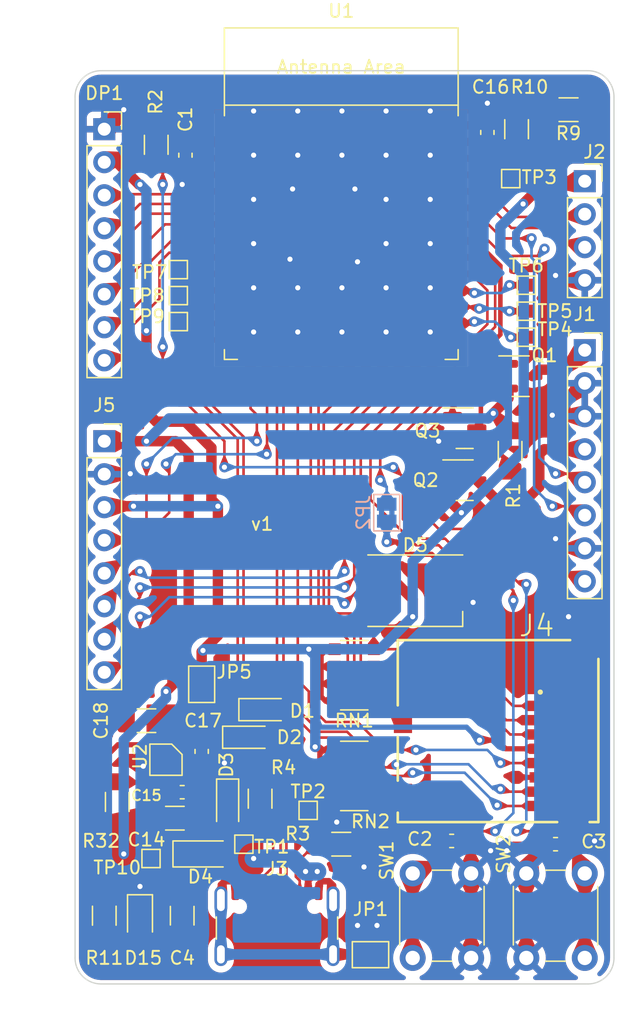
<source format=kicad_pcb>
(kicad_pcb (version 20240108) (generator "pcbnew") (generator_version "8.0")
  (layers (0 "F.Cu" signal) (31 "B.Cu" signal) (34 "B.Paste" user) (35 "F.Paste" user) (36 "B.SilkS" user "B.Silkscreen") (37 "F.SilkS" user "F.Silkscreen") (38 "B.Mask" user) (39 "F.Mask" user) (44 "Edge.Cuts" user))
  (net 0 "")
  (net 1 "CHIP_PU")
  (net 2 "GND")
  (net 3 "GPIO0")
  (net 4 "/VBUS_USB")
  (net 5 "/BAT_MON")
  (net 6 "/D+")
  (net 7 "/D-")
  (net 8 "Net-(D5-DIN)")
  (net 9 "/LED_CTRL")
  (net 10 "VSYS")
  (net 11 "Net-(U2-EN)")
  (net 12 "+3V3")
  (net 13 "/DP_SCK")
  (net 14 "/DP_SDA")
  (net 15 "/DP_RES")
  (net 16 "/DP_DC")
  (net 17 "/DP_CS")
  (net 18 "/DP_LED")
  (net 19 "Net-(J1-Pin_1)")
  (net 20 "Net-(J1-Pin_4)")
  (net 21 "/U1RX")
  (net 22 "/U1TX")
  (net 23 "/U2RX")
  (net 24 "Net-(J2-Pin_2)")
  (net 25 "Net-(J2-Pin_3)")
  (net 26 "GNDPWR")
  (net 27 "Net-(J3-CC1)")
  (net 29 "Net-(J3-CC2)")
  (net 31 "/SD_DAT2")
  (net 32 "/SD_CS")
  (net 33 "/SD_DI")
  (net 34 "/SD_SCLK")
  (net 35 "/SD_DO")
  (net 36 "/SD_DAT1")
  (net 38 "/SD_DET")
  (net 39 "GPIO38")
  (net 40 "Net-(Q1-G)")
  (net 41 "/EXT_PWR_CTRL")
  (net 42 "/BTN1")
  (net 43 "/BTN2")
  (net 44 "/BTN3")
  (net 45 "/BTN4")
  (net 46 "Net-(D15-A)")
  (net 49 "/Power/3V3_OUT")
  (net 50 "/Power/PACK+")
  (net 52 "Net-(U1-GPIO2{slash}TOUCH2{slash}ADC1_CH1)")
  (net 53 "Net-(U1-SPIIO6{slash}GPIO35{slash}FSPID{slash}SUBSPID)")
  (net 54 "Net-(U1-SPIIO7{slash}GPIO36{slash}FSPICLK{slash}SUBSPICLK)")
  (net 55 "Net-(U1-SPIDQS{slash}GPIO37{slash}FSPIQ{slash}SUBSPIQ)")
  (net 56 "Net-(U1-GPIO8{slash}TOUCH8{slash}ADC1_CH7{slash}SUBSPICS1)")
  (net 57 "Net-(U1-GPIO17{slash}U1TXD{slash}ADC2_CH6)")
  (net 58 "Net-(U1-GPIO18{slash}U1RXD{slash}ADC2_CH7{slash}CLK_OUT3)")
  (footprint "PCM_Espressif:ESP32-S3-WROOM-1" (layer "F.Cu") (at 141.75 30.96)
    (property "Reference" "U1")
    (property "Value" "ESP32-S3-WROOM-1")
  )
  (footprint "Package_TO_SOT_SMD:SOT-23" (layer "F.Cu") (at 151.25 46)
    (property "Reference" "Q3")
    (property "Value" "DMN2058U")
  )
  (footprint "Capacitor_SMD:C_0603_1608Metric_Pad1.08x0.95mm_HandSolder" (layer "F.Cu") (at 129.5 74)
    (property "Reference" "C15")
    (property "Value" "0.1uF")
  )
  (footprint "Capacitor_SMD:C_0603_1608Metric_Pad1.08x0.95mm_HandSolder" (layer "F.Cu") (at 158.25 78 180)
    (property "Reference" "C3")
    (property "Value" "0.1uF")
  )
  (footprint "LED_SMD:LED_SK6812_PLCC4_5.0x5.0mm_P3.2mm" (layer "F.Cu") (at 147.45 58.5)
    (property "Reference" "D5")
    (property "Value" "SK6812")
  )
  (footprint "Resistor_SMD:R_1206_3216Metric_Pad1.30x1.75mm_HandSolder" (layer "F.Cu") (at 124.5 74.75 -90)
    (property "Reference" "R32")
    (property "Value" "10k")
  )
  (footprint "Package_TO_SOT_SMD:SOT-23" (layer "F.Cu") (at 155.5625 42)
    (property "Reference" "Q1")
    (property "Value" "IRLML6401")
  )
  (footprint "Diode_SMD:D_SOD-123F" (layer "F.Cu") (at 131 78.75)
    (property "Reference" "D4")
    (property "Value" "MBR230S1F-7 ")
  )
  (footprint "Custom:XDFN8" (layer "F.Cu") (at 128.25 71.5 180)
    (property "Reference" "U2")
    (property "Value" "NCP186-3V3")
  )
  (footprint "TestPoint:TestPoint_Pad_1.0x1.0mm" (layer "F.Cu") (at 129.2 35.8)
    (property "Reference" "TP8")
    (property "Value" "TestPoint")
  )
  (footprint "Diode_SMD:D_SOD-323_HandSoldering" (layer "F.Cu") (at 133 75 -90)
    (property "Reference" "D3")
    (property "Value" "LESD5D5")
  )
  (footprint "GCT_MEM2061:GCT_MEM2061-01-188-00-A_REVA" (layer "F.Cu") (at 153.825 69.3 90)
    (property "Reference" "J4")
    (property "Value" "Micro_SD_Card_Det2")
  )
  (footprint "Resistor_SMD:R_1206_3216Metric_Pad1.30x1.75mm_HandSolder" (layer "F.Cu") (at 135.5 74.5 90)
    (property "Reference" "R4")
    (property "Value" "5k1")
  )
  (footprint "Capacitor_SMD:C_0603_1608Metric_Pad1.08x0.95mm_HandSolder" (layer "F.Cu") (at 131 70.8625 -90)
    (property "Reference" "C17")
    (property "Value" "0.1uF")
  )
  (footprint "Resistor_SMD:R_1206_3216Metric_Pad1.30x1.75mm_HandSolder" (layer "F.Cu") (at 155.25 23 90)
    (property "Reference" "R10")
    (property "Value" "2M")
  )
  (footprint "Resistor_SMD:R_1206_3216Metric_Pad1.30x1.75mm_HandSolder" (layer "F.Cu") (at 159.25 21.5 180)
    (property "Reference" "R9")
    (property "Value" "800k")
  )
  (footprint "Jumper:SolderJumper-2_P1.3mm_Bridged2Bar_Pad1.0x1.5mm" (layer "F.Cu") (at 144 86.5)
    (property "Reference" "JP1")
    (property "Value" "SolderJumper_2_Bridged")
  )
  (footprint "TestPoint:TestPoint_Pad_1.0x1.0mm" (layer "F.Cu") (at 129.2 37.8)
    (property "Reference" "TP9")
    (property "Value" "TestPoint")
  )
  (footprint "Resistor_SMD:R_1206_3216Metric_Pad1.30x1.75mm_HandSolder" (layer "F.Cu") (at 141.75 78)
    (property "Reference" "R3")
    (property "Value" "5k1")
  )
  (footprint "Capacitor_SMD:C_1206_3216Metric_Pad1.33x1.80mm_HandSolder" (layer "F.Cu") (at 128.9375 76)
    (property "Reference" "C14")
    (property "Value" "10uF")
  )
  (footprint "Button_Switch_THT:SW_PUSH_6mm" (layer "F.Cu") (at 151.75 80.25 -90)
    (property "Reference" "SW1")
    (property "Value" "SW_Push")
  )
  (footprint "Capacitor_SMD:C_0603_1608Metric_Pad1.08x0.95mm_HandSolder" (layer "F.Cu") (at 150.25 77.75)
    (property "Reference" "C2")
    (property "Value" "0.1uF")
  )
  (footprint "Package_TO_SOT_SMD:SOT-23" (layer "F.Cu") (at 151.25 50)
    (property "Reference" "Q2")
    (property "Value" "IRLML6401")
  )
  (footprint "Capacitor_SMD:C_0603_1608Metric_Pad1.08x0.95mm_HandSolder" (layer "F.Cu") (at 153 23.25 90)
    (property "Reference" "C16")
    (property "Value" "100n")
  )
  (footprint "TestPoint:TestPoint_Pad_1.0x1.0mm" (layer "F.Cu") (at 127.1 79.1)
    (property "Reference" "TP10")
    (property "Value" "TestPoint")
  )
  (footprint "Resistor_SMD:R_Array_Convex_4x1206" (layer "F.Cu") (at 142.75 72.75 180)
    (property "Reference" "RN2")
    (property "Value" "47k")
  )
  (footprint "TestPoint:TestPoint_Pad_1.0x1.0mm" (layer "F.Cu") (at 134.25 78)
    (property "Reference" "TP1")
    (property "Value" "TestPoint")
  )
  (footprint "Diode_SMD:D_SOD-323_HandSoldering" (layer "F.Cu") (at 135.875 67.65)
    (property "Reference" "D1")
    (property "Value" "LESD5D5")
  )
  (footprint "Jumper:SolderJumper-2_P1.3mm_Bridged2Bar_Pad1.0x1.5mm" (layer "F.Cu") (at 131 65.7 90)
    (property "Reference" "JP5")
    (property "Value" "SolderJumper_2_Bridged")
  )
  (footprint "Connector_PinSocket_2.54mm:PinSocket_1x08_P2.54mm_Vertical" (layer "F.Cu") (at 123.5 23)
    (property "Reference" "DP1")
    (property "Value" "LCD_DISPLAY_ST7735")
  )
  (footprint "Connector_USB:USB_C_Receptacle_GCT_USB4105-xx-A_16P_TopMnt_Horizontal" (layer "F.Cu") (at 136.8 85.4)
    (property "Reference" "J3")
    (property "Value" "USB_C_Receptacle_USB2.0")
  )
  (footprint "TestPoint:TestPoint_Pad_1.0x1.0mm" (layer "F.Cu") (at 139.2 75.4)
    (property "Reference" "TP2")
    (property "Value" "TestPoint")
  )
  (footprint "TestPoint:TestPoint_Pad_1.0x1.0mm" (layer "F.Cu") (at 156 39)
    (property "Reference" "TP4")
    (property "Value" "TestPoint")
  )
  (footprint "Connector_PinSocket_2.54mm:PinSocket_1x08_P2.54mm_Vertical" (layer "F.Cu") (at 160.5 40)
    (property "Reference" "J1")
    (property "Value" "Conn_01x08_Pin" (hide yes))
  )
  (footprint "Connector_PinSocket_2.54mm:PinSocket_1x08_P2.54mm_Vertical" (layer "F.Cu") (at 123.5 47)
    (property "Reference" "J5")
    (property "Value" "Conn_01x08_Socket")
  )
  (footprint "Capacitor_SMD:C_1206_3216Metric_Pad1.33x1.80mm_HandSolder" (layer "F.Cu") (at 129.5 83.5 -90)
    (property "Reference" "C4")
    (property "Value" "10uF")
  )
  (footprint "Resistor_SMD:R_1206_3216Metric_Pad1.30x1.75mm_HandSolder" (layer "F.Cu") (at 123.5 83.5 -90)
    (property "Reference" "R11")
    (property "Value" "5k1")
  )
  (footprint "Resistor_SMD:R_1206_3216Metric_Pad1.30x1.75mm_HandSolder" (layer "F.Cu") (at 154.75 47.75 -90)
    (property "Reference" "R1")
    (property "Value" "10k")
  )
  (footprint "TestPoint:TestPoint_Pad_1.0x1.0mm" (layer "F.Cu") (at 156 35)
    (property "Reference" "TP6")
    (property "Value" "TestPoint")
  )
  (footprint "Capacitor_SMD:C_1206_3216Metric_Pad1.33x1.80mm_HandSolder" (layer "F.Cu") (at 126.75 68.5 180)
    (property "Reference" "C18")
    (property "Value" "10uF")
  )
  (footprint "Resistor_SMD:R_1206_3216Metric_Pad1.30x1.75mm_HandSolder" (layer "F.Cu") (at 127.5 24.2 -90)
    (property "Reference" "R2")
    (property "Value" "10k")
  )
  (footprint "Button_Switch_THT:SW_PUSH_6mm" (layer "F.Cu") (at 156 86.75 90)
    (property "Reference" "SW2")
    (property "Value" "SW_Push")
  )
  (footprint "TestPoint:TestPoint_Pad_1.0x1.0mm" (layer "F.Cu") (at 156 37)
    (property "Reference" "TP5")
    (property "Value" "TestPoint")
  )
  (footprint "LED_SMD:LED_0805_2012Metric_Pad1.15x1.40mm_HandSolder" (layer "F.Cu") (at 126.25 83.75 -90)
    (property "Reference" "D15")
    (property "Value" "LED")
  )
  (footprint "Connector_PinSocket_2.54mm:PinSocket_1x04_P2.54mm_Vertical" (layer "F.Cu") (at 160.5 27)
    (property "Reference" "J2")
    (property "Value" "UART")
  )
  (footprint "Diode_SMD:D_SOD-323_HandSoldering" (layer "F.Cu") (at 134.625 69.775)
    (property "Reference" "D2")
    (property "Value" "LESD5D5")
  )
  (footprint "TestPoint:TestPoint_Pad_1.0x1.0mm" (layer "F.Cu") (at 129.2 33.8)
    (property "Reference" "TP7")
    (property "Value" "TestPoint")
  )
  (footprint "TestPoint:TestPoint_Pad_1.0x1.0mm" (layer "F.Cu") (at 154.8 26.8)
    (property "Reference" "TP3")
    (property "Value" "TestPoint")
  )
  (footprint "Capacitor_SMD:C_0603_1608Metric_Pad1.08x0.95mm_HandSolder" (layer "F.Cu") (at 129.75 25 -90)
    (property "Reference" "C1")
    (property "Value" "1uF")
  )
  (footprint "Resistor_SMD:R_Array_Convex_4x1206" (layer "F.Cu") (at 142.75 65 180)
    (property "Reference" "RN1")
    (property "Value" "47k")
  )
  (footprint "Jumper:SolderJumper-2_P1.3mm_Bridged2Bar_Pad1.0x1.5mm" (layer "B.Cu") (at 145.25 52.5 -90)
    (property "Reference" "JP2")
    (property "Value" "SolderJumper_2_Bridged")
  )
  (gr_line (start 123.25 18.5) (end 160.75 18.5) (stroke (width 0.1)) (layer "Edge.Cuts"))
  (gr_line (start 121.25 86.75) (end 121.25 20.5) (stroke (width 0.1)) (layer "Edge.Cuts"))
  (gr_line (start 160.75 88.75) (end 123.25 88.75) (stroke (width 0.1)) (layer "Edge.Cuts"))
  (gr_arc (start 123.25 88.75) (mid 121.835786 88.164214) (end 121.25 86.75) (stroke (width 0.1)) (layer "Edge.Cuts"))
  (gr_arc (start 162.75 86.75) (mid 162.164214 88.164214) (end 160.75 88.75) (stroke (width 0.1)) (layer "Edge.Cuts"))
  (gr_arc (start 160.75 18.5) (mid 162.164214 19.085786) (end 162.75 20.5) (stroke (width 0.1)) (layer "Edge.Cuts"))
  (gr_line (start 162.75 20.5) (end 162.75 86.75) (stroke (width 0.1)) (layer "Edge.Cuts"))
  (gr_arc (start 121.25 20.5) (mid 121.835786 19.085786) (end 123.25 18.5) (stroke (width 0.1)) (layer "Edge.Cuts"))
  (gr_text "v1" (at 134.7 53.95 0) (layer "F.Cu" knockout) (effects (font (size 1 1)) (justify left bottom)))
  (gr_text "v1" (at 134.7 53.95 0) (layer "F.SilkS") (effects (font (size 1 1)) (justify left bottom)))
  (segment (start 130.8525 25.24) (end 133 25.24) (width 0.2) (layer "F.Cu") (net 1))
  (segment (start 148 54.5) (end 149.75 54.5) (width 0.2) (layer "F.Cu") (net 1))
  (segment (start 146.5 53) (end 148 54.5) (width 0.2) (layer "F.Cu") (net 1))
  (segment (start 160.5 80.25) (end 160.5 79.3875) (width 0.4) (layer "F.Cu") (net 1))
  (segment (start 127.5 25.75) (end 127.5 25) (width 0.2) (layer "F.Cu") (net 1))
  (segment (start 130 44.25) (end 132.25 46.5) (width 0.2) (layer "F.Cu") (net 1))
  (segment (start 150.25 55) (end 152.5 55) (width 0.2) (layer "F.Cu") (net 1))
  (segment (start 128 27.25) (end 128 26.25) (width 0.2) (layer "F.Cu") (net 1))
  (segment (start 152.5 55) (end 155.5 58) (width 0.2) (layer "F.Cu") (net 1))
  (segment (start 155.5 58) (end 156 58) (width 0.2) (layer "F.Cu") (net 1))
  (segment (start 128 39.75) (end 128 43) (width 0.2) (layer "F.Cu") (net 1))
  (segment (start 128.3625 24.1375) (end 129.75 24.1375) (width 0.2) (layer "F.Cu") (net 1))
  (segment (start 149.75 54.5) (end 150.25 55) (width 0.2) (layer "F.Cu") (net 1))
  (segment (start 129.75 24.1375) (end 130.8525 25.24) (width 0.2) (layer "F.Cu") (net 1))
  (segment (start 158.1125 77) (end 159.1125 78) (width 0.2) (layer "F.Cu") (net 1))
  (segment (start 132.75 47) (end 132.75 49) (width 0.2) (layer "F.Cu") (net 1))
  (segment (start 146.5 49.75) (end 146.5 53) (width 0.2) (layer "F.Cu") (net 1))
  (segment (start 127.5 25) (end 128.3625 24.1375) (width 0.2) (layer "F.Cu") (net 1))
  (segment (start 128 43) (end 129.25 44.25) (width 0.2) (layer "F.Cu") (net 1))
  (segment (start 160.5 79.3875) (end 159.1125 78) (width 0.4) (layer "F.Cu") (net 1))
  (segment (start 132.25 46.5) (end 132.75 47) (width 0.2) (layer "F.Cu") (net 1))
  (segment (start 129.25 44.25) (end 130 44.25) (width 0.2) (layer "F.Cu") (net 1))
  (segment (start 145.75 49) (end 146.5 49.75) (width 0.2) (layer "F.Cu") (net 1))
  (segment (start 155.25 77) (end 158.1125 77) (width 0.2) (layer "F.Cu") (net 1))
  (segment (start 160.5 86.75) (end 160.5 80.25) (width 0.4) (layer "F.Cu") (net 1))
  (segment (start 128 26.25) (end 127.5 25.75) (width 0.2) (layer "F.Cu") (net 1))
  (via (at 156 58) (size 0.8) (drill 0.4) (layers "F.Cu" "B.Cu") (net 1))
  (via (at 132.75 49) (size 0.8) (drill 0.4) (layers "F.Cu" "B.Cu") (net 1))
  (via (at 155.25 77) (size 0.8) (drill 0.4) (layers "F.Cu" "B.Cu") (net 1))
  (via (at 128 39.75) (size 0.8) (drill 0.4) (layers "F.Cu" "B.Cu") (net 1))
  (via (at 128 27.25) (size 0.8) (drill 0.4) (layers "F.Cu" "B.Cu") (net 1))
  (via (at 145.75 49) (size 0.8) (drill 0.4) (layers "F.Cu" "B.Cu") (net 1))
  (segment (start 128 27.25) (end 128 39.75) (width 0.2) (layer "B.Cu") (net 1))
  (segment (start 156 76.25) (end 156 58) (width 0.2) (layer "B.Cu") (net 1))
  (segment (start 155.25 77) (end 156 76.25) (width 0.2) (layer "B.Cu") (net 1))
  (segment (start 145.75 49) (end 132.75 49) (width 0.2) (layer "B.Cu") (net 1))
  (segment (start 160.5 42.54) (end 159 44.04) (width 0.8) (layer "F.Cu") (net 2))
  (segment (start 149.9 60.1) (end 151.2 60.1) (width 0.8) (layer "F.Cu") (net 2))
  (segment (start 160 60.75) (end 159.75 60.5) (width 0.4) (layer "F.Cu") (net 2))
  (segment (start 155 78) (end 154.5 78.5) (width 0.4) (layer "F.Cu") (net 2))
  (segment (start 130.775 71.5) (end 131 71.725) (width 0.4) (layer "F.Cu") (net 2))
  (segment (start 157.25 78) (end 156 79.25) (width 0.4) (layer "F.Cu") (net 2))
  (segment (start 135.3 72.75) (end 135.5 72.95) (width 1.4) (layer "F.Cu") (net 2))
  (segment (start 133.375 68.9) (end 134.625 67.65) (width 0.8) (layer "F.Cu") (net 2))
  (segment (start 154.8 21) (end 155.25 21.45) (width 0.4) (layer "F.Cu") (net 2))
  (segment (start 153 21) (end 154.8 21) (width 0.4) (layer "F.Cu") (net 2))
  (segment (start 132.5 74) (end 132.75 74) (width 1.4) (layer "F.Cu") (net 2))
  (segment (start 160.65 73.26) (end 159.65 74.26) (width 0.4) (layer "F.Cu") (net 2))
  (segment (start 133.375 69.775) (end 133.375 71.625) (width 0.8) (layer "F.Cu") (net 2))
  (segment (start 132.725 71.725) (end 133 72) (width 1.4) (layer "F.Cu") (net 2))
  (segment (start 153 22.3875) (end 153 21) (width 0.4) (layer "F.Cu") (net 2))
  (segment (start 159 44.04) (end 159 45) (width 0.8) (layer "F.Cu") (net 2))
  (segment (start 129.75 27) (end 129.75 25.8625) (width 0.2) (layer "F.Cu") (net 2))
  (segment (start 159.65 76.15) (end 161.25 77.75) (width 0.4) (layer "F.Cu") (net 2))
  (segment (start 133.375 69.775) (end 133.375 68.9) (width 0.8) (layer "F.Cu") (net 2))
  (segment (start 143.3 79.55) (end 143.5 79.75) (width 0.8) (layer "F.Cu") (net 2))
  (segment (start 139.3 75.4) (end 140.2 76.3) (width 0.4) (layer "F.Cu") (net 2))
  (segment (start 131 71.725) (end 132.725 71.725) (width 1.4) (layer "F.Cu") (net 2))
  (segment (start 151.2 60.1) (end 151.9 59.4) (width 0.8) (layer "F.Cu") (net 2))
  (segment (start 157.3875 78) (end 157.25 78) (width 0.4) (layer "F.Cu") (net 2))
  (segment (start 156 79.25) (end 156 80.25) (width 0.4) (layer "F.Cu") (net 2))
  (segment (start 133 73.75) (end 134 72.75) (width 1.4) (layer "F.Cu") (net 2))
  (segment (start 130.6125 73.75) (end 130.3625 74) (width 1.4) (layer "F.Cu") (net 2))
  (segment (start 152.5 77.75) (end 153.25 78.5) (width 0.4) (layer "F.Cu") (net 2))
  (segment (start 151.1125 77.75) (end 151.75 78.3875) (width 0.4) (layer "F.Cu") (net 2))
  (segment (start 123.5 49.54) (end 125.46 49.54) (width 0.8) (layer "F.Cu") (net 2))
  (segment (start 140.2 76.3) (end 141.4 76.3) (width 0.4) (layer "F.Cu") (net 2))
  (segment (start 158.25 72.86) (end 157.25 72.86) (width 0.4) (layer "F.Cu") (net 2))
  (segment (start 133.375 71.625) (end 133 72) (width 0.8) (layer "F.Cu") (net 2))
  (segment (start 158.99 55.24) (end 160.5 55.24) (width 0.8) (layer "F.Cu") (net 2))
  (segment (start 139.2 75.4) (end 139.3 75.4) (width 0.4) (layer "F.Cu") (net 2))
  (segment (start 152.6875 22.7) (end 153 22.3875) (width 0.4) (layer "F.Cu") (net 2))
  (segment (start 144.5 84.25) (end 144.65 84.4) (width 0.8) (layer "F.Cu") (net 2))
  (segment (start 150.5 22.7) (end 152.6875 22.7) (width 0.4) (layer "F.Cu") (net 2))
  (segment (start 128.25 71.5) (end 127 71.5) (width 0.4) (layer "F.Cu") (net 2))
  (segment (start 144.5 84.25) (end 143 84.25) (width 0.8) (layer "F.Cu") (net 2))
  (segment (start 159 45) (end 160.42 45) (width 0.8) (layer "F.Cu") (net 2))
  (segment (start 150.3125 46.95) (end 149.3 46.95) (width 0.4) (layer "F.Cu") (net 2))
  (segment (start 160.65 62.7) (end 160.65 61.4) (width 0.4) (layer "F.Cu") (net 2))
  (segment (start 143.3 78) (end 143.3 79.55) (width 0.8) (layer "F.Cu") (net 2))
  (segment (start 160.5 34.62) (end 158.62 34.62) (width 0.8) (layer "F.Cu") (net 2))
  (segment (start 133 73.75) (end 130.6125 73.75) (width 1.4) (layer "F.Cu") (net 2))
  (segment (start 158 45) (end 159 45) (width 0.8) (layer "F.Cu") (net 2))
  (segment (start 125.46 49.54) (end 125.5 49.5) (width 0.8) (layer "F.Cu") (net 2))
  (segment (start 151.75 86.75) (end 151.75 80.25) (width 0.4) (layer "F.Cu") (net 2))
  (segment (start 127 71.5) (end 126.5 72) (width 0.4) (layer "F.Cu") (net 2))
  (segment (start 129.5 27.25) (end 129.75 27) (width 0.2) (layer "F.Cu") (net 2))
  (segment (start 132.75 74) (end 133 73.75) (width 1.4) (layer "F.Cu") (net 2))
  (segment (start 144.65 84.4) (end 144.65 86.5) (width 0.8) (layer "F.Cu") (net 2))
  (segment (start 127.65 72.025) (end 126.525 72.025) (width 0.2) (layer "F.Cu") (net 2))
  (segment (start 126.525 72.025) (end 126.5 72) (width 0.2) (layer "F.Cu") (net 2))
  (segment (start 149.3 46.95) (end 149.25 47) (width 0.4) (layer "F.Cu") (net 2))
  (segment (start 159.65 74.26) (end 158.25 72.86) (width 0.4) (layer "F.Cu") (net 2))
  (segment (start 159.75 60.5) (end 159.25 60.5) (width 0.4) (layer "F.Cu") (net 2))
  (segment (start 158.25 54.5) (end 158.99 55.24) (width 0.8) (layer "F.Cu") (net 2))
  (segment (start 160.42 45) (end 160.5 45.08) (width 0.8) (layer "F.Cu") (net 2))
  (segment (start 151.1125 77.75) (end 152.5 77.75) (width 0.4) (layer "F.Cu") (net 2))
  (segment (start 159.65 75.85) (end 159.65 74.26) (width 0.4) (layer "F.Cu") (net 2))
  (segment (start 160.65 61.4) (end 160 60.75) (width 0.4) (layer "F.Cu") (net 2))
  (segment (start 151.75 78.3875) (end 151.75 80.25) (width 0.4) (layer "F.Cu") (net 2))
  (segment (start 158.62 34.62) (end 158.25 34.25) (width 0.8) (layer "F.Cu") (net 2))
  (segment (start 156 80.25) (end 156 86.75) (width 0.4) (layer "F.Cu") (net 2))
  (segment (start 126.5 72) (end 126.75 72) (width 0.2) (layer "F.Cu") (net 2))
  (segment (start 134 72.75) (end 135.3 72.75) (width 1.4) (layer "F.Cu") (net 2))
  (segment (start 123.5 23) (end 125 21.5) (width 0.8) (layer "F.Cu") (net 2))
  (segment (start 133 72) (end 133 73.75) (width 1.4) (layer "F.Cu") (net 2))
  (segment (start 160.65 62.7) (end 160.65 73.26) (width 0.4) (layer "F.Cu") (net 2))
  (segment (start 157.3875 78) (end 155 78) (width 0.4) (layer "F.Cu") (net 2))
  (segment (start 128.25 71.5) (end 130.775 71.5) (width 0.4) (layer "F.Cu") (net 2))
  (segment (start 130.5 76) (end 132.5 74) (width 1.4) (layer "F.Cu") (net 2))
  (segment (start 159.65 75.85) (end 159.65 76.15) (width 0.4) (layer "F.Cu") (net 2))
  (segment (start 126.25 81.25) (end 126.25 82.725) (width 0.8) (layer "F.Cu") (net 2))
  (via (at 149.25 47) (size 0.8) (drill 0.4) (layers "F.Cu" "B.Cu") (net 2))
  (via (at 161.25 77.75) (size 0.8) (drill 0.4) (layers "F.Cu" "B.Cu") (net 2))
  (via (at 148.6 25) (size 0.8) (drill 0.4) (layers "F.Cu" "B.Cu") (net 2))
  (via (at 158 45) (size 0.8) (drill 0.4) (layers "F.Cu" "B.Cu") (net 2))
  (via (at 135 38.6) (size 0.8) (drill 0.4) (layers "F.Cu" "B.Cu") (net 2))
  (via (at 141.8 35.2) (size 0.8) (drill 0.4) (layers "F.Cu" "B.Cu") (net 2))
  (via (at 141.8 38.6) (size 0.8) (drill 0.4) (layers "F.Cu" "B.Cu") (net 2))
  (via (at 148.6 35.2) (size 0.8) (drill 0.4) (layers "F.Cu" "B.Cu") (net 2))
  (via (at 153 21) (size 0.8) (drill 0.4) (layers "F.Cu" "B.Cu") (net 2))
  (via (at 135 28.4) (size 0.8) (drill 0.4) (layers "F.Cu" "B.Cu") (net 2))
  (via (at 143 84.25) (size 0.8) (drill 0.4) (layers "F.Cu" "B.Cu") (net 2))
  (via (at 135 25) (size 0.8) (drill 0.4) (layers "F.Cu" "B.Cu") (net 2))
  (via (at 143 33.2) (size 0.8) (drill 0.4) (layers "F.Cu" "B.Cu") (net 2))
  (via (at 148.6 31.8) (size 0.8) (drill 0.4) (layers "F.Cu" "B.Cu") (net 2))
  (via (at 148.6 21.6) (size 0.8) (drill 0.4) (layers "F.Cu" "B.Cu") (net 2))
  (via (at 138.4 35.2) (size 0.8) (drill 0.4) (layers "F.Cu" "B.Cu") (net 2))
  (via (at 125 21.5) (size 0.8) (drill 0.4) (layers "F.Cu" "B.Cu") (net 2))
  (via (at 148.6 28.4) (size 0.8) (drill 0.4) (layers "F.Cu" "B.Cu") (net 2))
  (via (at 135 21.6) (size 0.8) (drill 0.4) (layers "F.Cu" "B.Cu") (net 2))
  (via (at 132.75 71.75) (size 0.8) (drill 0.4) (layers "F.Cu" "B.Cu") (net 2))
  (via (at 138.4 25) (size 0.8) (drill 0.4) (layers "F.Cu" "B.Cu") (net 2))
  (via (at 159.25 60.5) (size 0.8) (drill 0.4) (layers "F.Cu" "B.Cu") (net 2))
  (via (at 143.5 79.75) (size 0.8) (drill 0.4) (layers "F.Cu" "B.Cu") (net 2))
  (via (at 145.2 38.6) (size 0.8) (drill 0.4) (layers "F.Cu" "B.Cu") (net 2))
  (via (at 129.5 27.25) (size 0.8) (drill 0.4) (layers "F.Cu" "B.Cu") (net 2))
  (via (at 145.2 28.4) (size 0.8) (drill 0.4) (layers "F.Cu" "B.Cu") (net 2))
  (via (at 145.2 21.6) (size 0.8) (drill 0.4) (layers "F.Cu" "B.Cu") (net 2))
  (via (at 138 27.6) (size 0.8) (drill 0.4) (layers "F.Cu" "B.Cu") (net 2))
  (via (at 138.4 38.6) (size 0.8) (drill 0.4) (layers "F.Cu" "B.Cu") (net 2))
  (via (at 158.25 54.5) (size 0.8) (drill 0.4) (layers "F.Cu" "B.Cu") (net 2))
  (via (at 154.5 78.5) (size 0.8) (drill 0.4) (layers "F.Cu" "B.Cu") (net 2))
  (via (at 135 35.2) (size 0.8) (drill 0.4) (layers "F.Cu" "B.Cu") (net 2))
  (via (at 148.6 38.6) (size 0.8) (drill 0.4) (layers "F.Cu" "B.Cu") (net 2))
  (via (at 125.5 49.5) (size 0.8) (drill 0.4) (layers "F.Cu" "B.Cu") (net 2))
  (via (at 141.8 21.6) (size 0.8) (drill 0.4) (layers "F.Cu" "B.Cu") (net 2))
  (via (at 141.4 76.3) (size 0.8) (drill 0.4) (layers "F.Cu" "B.Cu") (net 2))
  (via (at 145.2 25) (size 0.8) (drill 0.4) (layers "F.Cu" "B.Cu") (net 2))
  (via (at 153.25 78.5) (size 0.8) (drill 0.4) (layers "F.Cu" "B.Cu") (net 2))
  (via (at 145.2 31.8) (size 0.8) (drill 0.4) (layers "F.Cu" "B.Cu") (net 2))
  (via (at 126.5 72) (size 0.8) (drill 0.4) (layers "F.Cu" "B.Cu") (net 2))
  (via (at 151.9 59.4) (size 0.8) (drill 0.4) (layers "F.Cu" "B.Cu") (net 2))
  (via (at 135 31.8) (size 0.8) (drill 0.4) (layers "F.Cu" "B.Cu") (net 2))
  (via (at 138.4 21.6) (size 0.8) (drill 0.4) (layers "F.Cu" "B.Cu") (net 2))
  (via (at 141.8 25) (size 0.8) (drill 0.4) (layers "F.Cu" "B.Cu") (net 2))
  (via (at 144.5 84.25) (size 0.8) (drill 0.4) (layers "F.Cu" "B.Cu") (net 2))
  (via (at 145.2 35.2) (size 0.8) (drill 0.4) (layers "F.Cu" "B.Cu") (net 2))
  (via (at 158.25 34.25) (size 0.8) (drill 0.4) (layers "F.Cu" "B.Cu") (net 2))
  (via (at 142.8 27.6) (size 0.8) (drill 0.4) (layers "F.Cu" "B.Cu") (net 2))
  (via (at 126.25 81.25) (size 0.8) (drill 0.4) (layers "F.Cu" "B.Cu") (net 2))
  (via (at 137.8 33) (size 0.8) (drill 0.4) (layers "F.Cu" "B.Cu") (net 2))
  (segment (start 147.5 55) (end 144 51.5) (width 0.2) (layer "F.Cu") (net 3))
  (segment (start 155 59.25) (end 155 58.5) (width 0.2) (layer "F.Cu") (net 3))
  (segment (start 144 51.5) (end 144 48) (width 0.2) (layer "F.Cu") (net 3))
  (segment (start 144 48) (end 150.5 41.5) (width 0.2) (layer "F.Cu") (net 3))
  (segment (start 149.3875 79) (end 149.3875 77.75) (width 0.4) (layer "F.Cu") (net 3))
  (segment (start 148.1375 80.25) (end 149.3875 79) (width 0.4) (layer "F.Cu") (net 3))
  (segment (start 150.1375 77) (end 149.3875 77.75) (width 0.2) (layer "F.Cu") (net 3))
  (segment (start 155 58.5) (end 152 55.5) (width 0.2) (layer "F.Cu") (net 3))
  (segment (start 152 55.5) (end 149.75 55.5) (width 0.2) (layer "F.Cu") (net 3))
  (segment (start 149.75 55.5) (end 149.25 55) (width 0.2) (layer "F.Cu") (net 3))
  (segment (start 150.5 41.5) (end 150.5 39.21) (width 0.2) (layer "F.Cu") (net 3))
  (segment (start 147.25 80.25) (end 148.1375 80.25) (width 0.4) (layer "F.Cu") (net 3))
  (segment (start 147.25 86.75) (end 147.25 80.25) (width 0.4) (layer "F.Cu") (net 3))
  (segment (start 149.25 55) (end 147.5 55) (width 0.2) (layer "F.Cu") (net 3))
  (segment (start 153.6 77) (end 150.1375 77) (width 0.2) (layer "F.Cu") (net 3))
  (via (at 153.6 77) (size 0.8) (drill 0.4) (layers "F.Cu" "B.Cu") (net 3))
  (via (at 155 59.25) (size 0.8) (drill 0.4) (layers "F.Cu" "B.Cu") (net 3))
  (segment (start 153.6 77) (end 155 75.6) (width 0.2) (layer "B.Cu") (net 3))
  (segment (start 155 75.6) (end 155 59.25) (width 0.2) (layer "B.Cu") (net 3))
  (segment (start 134.4 81.72) (end 134.4 80.75) (width 0.5) (layer "F.Cu") (net 4))
  (segment (start 139.2 81.72) (end 139.2 80.8) (width 0.5) (layer "F.Cu") (net 4))
  (segment (start 139.2 80.3) (end 139 80.1) (width 0.5) (layer "F.Cu") (net 4))
  (segment (start 134.4 80.75) (end 132.4 78.75) (width 0.5) (layer "F.Cu") (net 4))
  (segment (start 139.2 80.8) (end 139.9 80.1) (width 0.5) (layer "F.Cu") (net 4))
  (segment (start 139.2 81.72) (end 139.2 80.3) (width 0.5) (layer "F.Cu") (net 4))
  (via (at 135 79.1) (size 0.8) (drill 0.4) (layers "F.Cu" "B.Cu") (net 4))
  (via (at 139 80.1) (size 0.8) (drill 0.4) (layers "F.Cu" "B.Cu") (net 4))
  (via (at 139.9 80.1) (size 0.8) (drill 0.4) (layers "F.Cu" "B.Cu") (net 4))
  (segment (start 139 80.1) (end 139.9 80.1) (width 1.4) (layer "B.Cu") (net 4))
  (segment (start 135 79.1) (end 138 79.1) (width 1.4) (layer "B.Cu") (net 4))
  (segment (start 138 79.1) (end 139 80.1) (width 1.4) (layer "B.Cu") (net 4))
  (segment (start 156.2 24.55) (end 155.25 24.55) (width 0.4) (layer "F.Cu") (net 5))
  (segment (start 157.9 22.85) (end 156.2 24.55) (width 0.4) (layer "F.Cu") (net 5))
  (segment (start 155.25 24.55) (end 154.8125 24.1125) (width 0.4) (layer "F.Cu") (net 5))
  (segment (start 154.8125 24.1125) (end 153 24.1125) (width 0.4) (layer "F.Cu") (net 5))
  (segment (start 152.8575 23.97) (end 153 24.1125) (width 0.4) (layer "F.Cu") (net 5))
  (segment (start 150.5 23.97) (end 152.8575 23.97) (width 0.4) (layer "F.Cu") (net 5))
  (segment (start 157.9 21.5) (end 157.9 22.85) (width 0.4) (layer "F.Cu") (net 5))
  (segment (start 137.525 80.832499) (end 137.525 71.9568) (width 0.2) (layer "F.Cu") (net 6))
  (segment (start 137.5 82.6) (end 137.55 82.55) (width 0.2) (layer "F.Cu") (net 6))
  (segment (start 134.225 46.6568) (end 129.725 42.1568) (width 0.2) (layer "F.Cu") (net 6))
  (segment (start 136.55 82.495) (end 136.655 82.6) (width 0.2) (layer "F.Cu") (net 6))
  (segment (start 130.5182 38.8) (end 131.464999 38.8) (width 0.2) (layer "F.Cu") (net 6))
  (segment (start 137.55 81.72) (end 137.55 80.857499) (width 0.2) (layer "F.Cu") (net 6))
  (segment (start 136.55 81.72) (end 136.55 82.495) (width 0.2) (layer "F.Cu") (net 6))
  (segment (start 137.55 80.857499) (end 137.525 80.832499) (width 0.2) (layer "F.Cu") (net 6))
  (segment (start 137.525 71.9568) (end 136.725 71.1568) (width 0.2) (layer "F.Cu") (net 6))
  (segment (start 134.225 64.4068) (end 134.225 46.6568) (width 0.2) (layer "F.Cu") (net 6))
  (segment (start 131.464999 38.8) (end 131.874999 39.21) (width 0.2) (layer "F.Cu") (net 6))
  (segment (start 129.725 42.1568) (end 129.725 39.5932) (width 0.2) (layer "F.Cu") (net 6))
  (segment (start 131.874999 39.21) (end 133 39.21) (width 0.2) (layer "F.Cu") (net 6))
  (segment (start 136.655 82.6) (end 137.5 82.6) (width 0.2) (layer "F.Cu") (net 6))
  (segment (start 136.725 71.1568) (end 136.725 66.9068) (width 0.2) (layer "F.Cu") (net 6))
  (segment (start 136.725 66.9068) (end 134.225 64.4068) (width 0.2) (layer "F.Cu") (net 6))
  (segment (start 129.725 39.5932) (end 130.5182 38.8) (width 0.2) (layer "F.Cu") (net 6))
  (segment (start 137.55 82.55) (end 137.55 81.72) (width 0.2) (layer "F.Cu") (net 6))
  (segment (start 137.05 80.857499) (end 137.075 80.832499) (width 0.2) (layer "F.Cu") (net 7))
  (segment (start 137.05 80.95) (end 137.05 81.72) (width 0.2) (layer "F.Cu") (net 7))
  (segment (start 130.3318 38.35) (end 131.464999 38.35) (width 0.2) (layer "F.Cu") (net 7))
  (segment (start 136.9 80.8) (end 137.05 80.95) (width 0.2) (layer "F.Cu") (net 7))
  (segment (start 136.195 80.8) (end 136.9 80.8) (width 0.2) (layer "F.Cu") (net 7))
  (segment (start 136.275 67.0932) (end 133.775 64.5932) (width 0.2) (layer "F.Cu") (net 7))
  (segment (start 137.05 81.72) (end 137.05 80.857499) (width 0.2) (layer "F.Cu") (net 7))
  (segment (start 136.275 71.3432) (end 136.275 67.0932) (width 0.2) (layer "F.Cu") (net 7))
  (segment (start 133.775 46.8432) (end 129.275 42.3432) (width 0.2) (layer "F.Cu") (net 7))
  (segment (start 137.075 80.832499) (end 137.075 72.1432) (width 0.2) (layer "F.Cu") (net 7))
  (segment (start 136.05 81.72) (end 136.05 80.945) (width 0.2) (layer "F.Cu") (net 7))
  (segment (start 136.05 80.945) (end 136.195 80.8) (width 0.2) (layer "F.Cu") (net 7))
  (segment (start 131.874999 37.94) (end 133 37.94) (width 0.2) (layer "F.Cu") (net 7))
  (segment (start 131.464999 38.35) (end 131.874999 37.94) (width 0.2) (layer "F.Cu") (net 7))
  (segment (start 129.275 42.3432) (end 129.275 39.4068) (width 0.2) (layer "F.Cu") (net 7))
  (segment (start 137.075 72.1432) (end 136.275 71.3432) (width 0.2) (layer "F.Cu") (net 7))
  (segment (start 133.775 64.5932) (end 133.775 46.8432) (width 0.2) (layer "F.Cu") (net 7))
  (segment (start 129.275 39.4068) (end 130.3318 38.35) (width 0.2) (layer "F.Cu") (net 7))
  (segment (start 146 54.75) (end 146.95 55.7) (width 0.4) (layer "F.Cu") (net 8))
  (segment (start 145.25 54.75) (end 146 54.75) (width 0.4) (layer "F.Cu") (net 8))
  (segment (start 146.95 55.7) (end 148.7 55.7) (width 0.4) (layer "F.Cu") (net 8))
  (segment (start 148.7 55.7) (end 149.9 56.9) (width 0.4) (layer "F.Cu") (net 8))
  (via (at 145.25 54.75) (size 0.8) (drill 0.4) (layers "F.Cu" "B.Cu") (net 8))
  (segment (start 145.25 53.15) (end 145.25 54.75) (width 0.4) (layer "B.Cu") (net 8))
  (segment (start 126.75 53.25) (end 125.38 54.62) (width 0.2) (layer "F.Cu") (net 9))
  (segment (start 126.75 48.75) (end 126.75 53.25) (width 0.2) (layer "F.Cu") (net 9))
  (segment (start 135.25 47) (end 135.25 44.972888) (width 0.2) (layer "F.Cu") (net 9))
  (segment (start 125.38 54.62) (end 123.5 54.62) (width 0.2) (layer "F.Cu") (net 9))
  (segment (start 134.765 44.487888) (end 134.765 40.46) (width 0.2) (layer "F.Cu") (net 9))
  (segment (start 135.25 44.972888) (end 134.765 44.487888) (width 0.2) (layer "F.Cu") (net 9))
  (via (at 135.25 47) (size 0.8) (drill 0.4) (layers "F.Cu" "B.Cu") (net 9))
  (via (at 126.75 48.75) (size 0.8) (drill 0.4) (layers "F.Cu" "B.Cu") (net 9))
  (segment (start 135 46.75) (end 128.75 46.75) (width 0.2) (layer "B.Cu") (net 9))
  (segment (start 128.75 46.75) (end 126.75 48.75) (width 0.2) (layer "B.Cu") (net 9))
  (segment (start 135.25 47) (end 135 46.75) (width 0.2) (layer "B.Cu") (net 9))
  (segment (start 153.456 44.856) (end 154.625 43.687) (width 0.8) (layer "F.Cu") (net 10))
  (segment (start 153.456 44.856) (end 154.75 46.15) (width 0.8) (layer "F.Cu") (net 10))
  (segment (start 130 48) (end 129 47) (width 0.8) (layer "F.Cu") (net 10))
  (segment (start 128.75 65.75) (end 128.75 62.5) (width 0.8) (layer "F.Cu") (net 10))
  (segment (start 128.75 62.5) (end 130 61.25) (width 0.8) (layer "F.Cu") (net 10))
  (segment (start 129.5 78.85) (end 129.6 78.75) (width 1.4) (layer "F.Cu") (net 10))
  (segment (start 128.25 66.25) (end 128.75 65.75) (width 0.8) (layer "F.Cu") (net 10))
  (segment (start 127.075 76.3) (end 127.375 76) (width 0.2) (layer "F.Cu") (net 10))
  (segment (start 154.625 43.687) (end 154.625 42.95) (width 0.8) (layer "F.Cu") (net 10))
  (segment (start 129 47) (end 123.5 47) (width 0.8) (layer "F.Cu") (net 10))
  (segment (start 130 61.25) (end 130 48) (width 0.8) (layer "F.Cu") (net 10))
  (segment (start 154.75 46.15) (end 154.75 46.2) (width 0.8) (layer "F.Cu") (net 10))
  (segment (start 129.5 81.9375) (end 129.5 78.85) (width 1.4) (layer "F.Cu") (net 10))
  (via (at 125 78.75) (size 0.8) (drill 0.4) (layers "F.Cu" "B.Cu") (net 10))
  (via (at 153.456 44.856) (size 0.8) (drill 0.4) (layers "F.Cu" "B.Cu") (net 10))
  (via (at 126.75 47) (size 0.8) (drill 0.4) (layers "F.Cu" "B.Cu") (net 10))
  (via (at 128.25 66.25) (size 0.8) (drill 0.4) (layers "F.Cu" "B.Cu") (net 10))
  (segment (start 153.456 44.856) (end 153.062 45.25) (width 0.8) (layer "B.Cu") (net 10))
  (segment (start 128.25 66.75) (end 128.25 66.25) (width 0.8) (layer "B.Cu") (net 10))
  (segment (start 128.5 45.25) (end 126.75 47) (width 0.8) (layer "B.Cu") (net 10))
  (segment (start 153.062 45.25) (end 128.5 45.25) (width 0.8) (layer "B.Cu") (net 10))
  (segment (start 125 70) (end 128.25 66.75) (width 0.8) (layer "B.Cu") (net 10))
  (segment (start 125 78.75) (end 125 70) (width 0.8) (layer "B.Cu") (net 10))
  (segment (start 127.25 73.25) (end 124.55 73.25) (width 0.2) (layer "F.Cu") (net 11))
  (segment (start 128.05 72.45) (end 127.25 73.25) (width 0.2) (layer "F.Cu") (net 11))
  (segment (start 124.55 73.25) (end 124.5 73.2) (width 0.2) (layer "F.Cu") (net 11))
  (segment (start 128.05 72.025) (end 128.05 72.45) (width 0.2) (layer "F.Cu") (net 11))
  (segment (start 141.25 67) (end 140.55 67) (width 0.4) (layer "F.Cu") (net 12))
  (segment (start 127.35 22.65) (end 127.5 22.65) (width 0.8) (layer "F.Cu") (net 12))
  (segment (start 150.3125 51.8125) (end 150.3125 50.95) (width 0.8) (layer "F.Cu") (net 12))
  (segment (start 151 52.5) (end 150.3125 51.8125) (width 0.8) (layer "F.Cu") (net 12))
  (segment (start 155.75 28.75) (end 157.25 27.25) (width 0.8) (layer "F.Cu") (net 12))
  (segment (start 131 63.2) (end 131.1 63.1) (width 0.8) (layer "F.Cu") (net 12))
  (segment (start 140.21 65.66) (end 140.2 65.65) (width 0.4) (layer "F.Cu") (net 12))
  (segment (start 145 56.9) (end 147.25 59.15) (width 0.8) (layer "F.Cu") (net 12))
  (segment (start 140.65 63) (end 141.25 63) (width 0.4) (layer "F.Cu") (net 12))
  (segment (start 127.5 45.5) (end 126.75 44.75) (width 0.8) (layer "F.Cu") (net 12))
  (segment (start 127.5 22.65) (end 130.15 22.65) (width 0.8) (layer "F.Cu") (net 12))
  (segment (start 131.1 63.1) (end 132.25 61.95) (width 0.8) (layer "F.Cu") (net 12))
  (segment (start 126.17 27.25) (end 124.46 25.54) (width 0.8) (layer "F.Cu") (net 12))
  (segment (start 140.14 72.09) (end 140.1 72.05) (width 0.4) (layer "F.Cu") (net 12))
  (segment (start 124.46 25.54) (end 127.35 22.65) (width 0.8) (layer "F.Cu") (net 12))
  (segment (start 147.25 59.15) (end 147.25 60.5) (width 0.8) (layer "F.Cu") (net 12))
  (segment (start 141.25 65.66) (end 140.21 65.66) (width 0.4) (layer "F.Cu") (net 12))
  (segment (start 131.47 23.97) (end 133 23.97) (width 0.8) (layer "F.Cu") (net 12))
  (segment (start 140.24 64.34) (end 140.2 64.3) (width 0.4) (layer "F.Cu") (net 12))
  (segment (start 123.58 52) (end 123.5 52.08) (width 0.8) (layer "F.Cu") (net 12))
  (segment (start 140.2 63.45) (end 140.65 63) (width 0.4) (layer "F.Cu") (net 12))
  (segment (start 132.25 61.95) (end 132.25 52) (width 0.8) (layer "F.Cu") (net 12))
  (segment (start 131.75 51.5) (end 131.75 47.5) (width 0.8) (layer "F.Cu") (net 12))
  (segment (start 140.1 71.05) (end 140.4 70.75) (width 0.4) (layer "F.Cu") (net 12))
  (segment (start 125.75 52) (end 123.58 52) (width 0.8) (layer "F.Cu") (net 12))
  (segment (start 131 65.05) (end 131 63.2) (width 0.8) (layer "F.Cu") (net 12))
  (segment (start 141.25 64.34) (end 140.24 64.34) (width 0.4) (layer "F.Cu") (net 12))
  (segment (start 157.25 70.66) (end 154.41 70.66) (width 0.4) (layer "F.Cu") (net 12))
  (segment (start 140.2 65.65) (end 140.2 64.3) (width 0.4) (layer "F.Cu") (net 12))
  (segment (start 140.2 63.45) (end 139.7 63.45) (width 0.4) (layer "F.Cu") (net 12))
  (segment (start 140.51 73.41) (end 140.1 73) (width 0.4) (layer "F.Cu") (net 12))
  (segment (start 132.25 52) (end 131.75 51.5) (width 0.8) (layer "F.Cu") (net 12))
  (segment (start 140.1 72.05) (end 140.1 71.05) (width 0.4) (layer "F.Cu") (net 12))
  (segment (start 140.1 73) (end 140.1 72.05) (width 0.4) (layer "F.Cu") (net 12))
  (segment (start 154.41 70.66) (end 153.75 70) (width 0.4) (layer "F.Cu") (net 12))
  (segment (start 139.972184 70.75) (end 139.736092 70.513908) (width 0.4) (layer "F.Cu") (net 12))
  (segment (start 140.2 64.3) (end 140.2 63.45) (width 0.4) (layer "F.Cu") (net 12))
  (segment (start 123.5 25.54) (end 124.46 25.54) (width 0.8) (layer "F.Cu") (net 12))
  (segment (start 126.75 44.75) (end 126.75 38.5) (width 0.8) (layer "F.Cu") (net 12))
  (segment (start 129.75 45.5) (end 127.5 45.5) (width 0.8) (layer "F.Cu") (net 12))
  (segment (start 139.7 63.45) (end 139.25 63) (width 0.4) (layer "F.Cu") (net 12))
  (segment (start 141.25 73.41) (end 140.51 73.41) (width 0.4) (layer "F.Cu") (net 12))
  (segment (start 141.25 72.09) (end 140.14 72.09) (width 0.4) (layer "F.Cu") (net 12))
  (segment (start 140.55 67) (end 140.2 66.65) (width 0.4) (layer "F.Cu") (net 12))
  (segment (start 160.25 27.25) (end 160.5 27) (width 0.8) (layer "F.Cu") (net 12))
  (segment (start 131.75 47.5) (end 129.75 45.5) (width 0.8) (layer "F.Cu") (net 12))
  (segment (start 126.25 27.25) (end 126.17 27.25) (width 0.8) (layer "F.Cu") (net 12))
  (segment (start 153.75 70) (end 152.4 70) (width 0.4) (layer "F.Cu") (net 12))
  (segment (start 141.25 70.75) (end 140.4 70.75) (width 0.4) (layer "F.Cu") (net 12))
  (segment (start 157.25 27.25) (end 160.25 27.25) (width 0.8) (layer "F.Cu") (net 12))
  (segment (start 140.2 66.65) (end 140.2 65.65) (width 0.4) (layer "F.Cu") (net 12))
  (segment (start 130.15 22.65) (end 131.47 23.97) (width 0.8) (layer "F.Cu") (net 12))
  (segment (start 140.4 70.75) (end 139.972184 70.75) (width 0.4) (layer "F.Cu") (net 12))
  (via (at 126.25 27.25) (size 0.8) (drill 0.4) (layers "F.Cu" "B.Cu") (net 12))
  (via (at 139.736092 70.513908) (size 0.8) (drill 0.4) (layers "F.Cu" "B.Cu") (net 12))
  (via (at 132.25 52) (size 0.8) (drill 0.4) (layers "F.Cu" "B.Cu") (net 12))
  (via (at 131.1 63.1) (size 0.8) (drill 0.4) (layers "F.Cu" "B.Cu") (net 12))
  (via (at 151 52.5) (size 0.8) (drill 0.4) (layers "F.Cu" "B.Cu") (net 12))
  (via (at 147.25 60.5) (size 0.8) (drill 0.4) (layers "F.Cu" "B.Cu") (net 12))
  (via (at 139.25 63) (size 0.8) (drill 0.4) (layers "F.Cu" "B.Cu") (net 12))
  (via (at 152.4 70) (size 0.8) (drill 0.4) (layers "F.Cu" "B.Cu") (net 12))
  (via (at 126.75 38.5) (size 0.8) (drill 0.4) (layers "F.Cu" "B.Cu") (net 12))
  (via (at 125.75 52) (size 0.8) (drill 0.4) (layers "F.Cu" "B.Cu") (net 12))
  (via (at 155.75 28.75) (size 0.8) (drill 0.4) (layers "F.Cu" "B.Cu") (net 12))
  (segment (start 147.25 56.25) (end 151 52.5) (width 0.8) (layer "B.Cu") (net 12))
  (segment (start 139.75 70.5) (end 139.736092 70.513908) (width 0.8) (layer "B.Cu") (net 12))
  (segment (start 139.75 68.6) (end 139.75 70.5) (width 0.8) (layer "B.Cu") (net 12))
  (segment (start 139.25 63) (end 144.75 63) (width 0.8) (layer "B.Cu") (net 12))
  (segment (start 155.8 47.7) (end 151 52.5) (width 0.8) (layer "B.Cu") (net 12))
  (segment (start 154 32.4) (end 155.8 34.2) (width 0.8) (layer "B.Cu") (net 12))
  (segment (start 151.4 69) (end 140.15 69) (width 0.4) (layer "B.Cu") (net 12))
  (segment (start 147.25 60.5) (end 147.25 56.25) (width 0.8) (layer "B.Cu") (net 12))
  (segment (start 139.25 63) (end 131.2 63) (width 0.8) (layer "B.Cu") (net 12))
  (segment (start 126.75 27.75) (end 126.75 38.5) (width 0.8) (layer "B.Cu") (net 12))
  (segment (start 126.25 27.25) (end 126.75 27.75) (width 0.8) (layer "B.Cu") (net 12))
  (segment (start 139.75 63.5) (end 139.75 68.6) (width 0.8) (layer "B.Cu") (net 12))
  (segment (start 140.15 69) (end 139.75 68.6) (width 0.4) (layer "B.Cu") (net 12))
  (segment (start 155.75 28.75) (end 154 30.5) (width 0.8) (layer "B.Cu") (net 12))
  (segment (start 154 30.5) (end 154 32.4) (width 0.8) (layer "B.Cu") (net 12))
  (segment (start 131.2 63) (end 131.1 63.1) (width 0.8) (layer "B.Cu") (net 12))
  (segment (start 155.8 34.2) (end 155.8 47.7) (width 0.8) (layer "B.Cu") (net 12))
  (segment (start 152.4 70) (end 151.4 69) (width 0.4) (layer "B.Cu") (net 12))
  (segment (start 125.75 52) (end 132.25 52) (width 0.8) (layer "B.Cu") (net 12))
  (segment (start 144.75 63) (end 147.25 60.5) (width 0.8) (layer "B.Cu") (net 12))
  (segment (start 139.25 63) (end 139.75 63.5) (width 0.8) (layer "B.Cu") (net 12))
  (segment (start 131.49 26.51) (end 130 28) (width 0.2) (layer "F.Cu") (net 13))
  (segment (start 130 28) (end 125.25 28) (width 0.2) (layer "F.Cu") (net 13))
  (segment (start 125.17 28.08) (end 123.5 28.08) (width 0.2) (layer "F.Cu") (net 13))
  (segment (start 133 26.51) (end 131.49 26.51) (width 0.2) (layer "F.Cu") (net 13))
  (segment (start 125.25 28) (end 125.17 28.08) (width 0.2) (layer "F.Cu") (net 13))
  (segment (start 133 27.78) (end 131.47 27.78) (width 0.2) (layer "F.Cu") (net 14))
  (segment (start 126.25 28.75) (end 124.38 30.62) (width 0.2) (layer "F.Cu") (net 14))
  (segment (start 124.38 30.62) (end 123.5 30.62) (width 0.2) (layer "F.Cu") (net 14))
  (segment (start 131.47 27.78) (end 130.5 28.75) (width 0.2) (layer "F.Cu") (net 14))
  (segment (start 130.5 28.75) (end 126.25 28.75) (width 0.2) (layer "F.Cu") (net 14))
  (segment (start 125.5 32.25) (end 125.5 31) (width 0.2) (layer "F.Cu") (net 15))
  (segment (start 127 29.5) (end 132.55 29.5) (width 0.2) (layer "F.Cu") (net 15))
  (segment (start 132.55 29.5) (end 133 29.05) (width 0.2) (layer "F.Cu") (net 15))
  (segment (start 124.59 33.16) (end 125.5 32.25) (width 0.2) (layer "F.Cu") (net 15))
  (segment (start 125.5 31) (end 127 29.5) (width 0.2) (layer "F.Cu") (net 15))
  (segment (start 123.5 33.16) (end 124.59 33.16) (width 0.2) (layer "F.Cu") (net 15))
  (segment (start 123.5 35.7) (end 124.05 35.7) (width 0.2) (layer "F.Cu") (net 16))
  (segment (start 126.5 32) (end 128.18 30.32) (width 0.2) (layer "F.Cu") (net 16))
  (segment (start 126.5 33.25) (end 126.5 32) (width 0.2) (layer "F.Cu") (net 16))
  (segment (start 124.05 35.7) (end 126.5 33.25) (width 0.2) (layer "F.Cu") (net 16))
  (segment (start 128.18 30.32) (end 133 30.32) (width 0.2) (layer "F.Cu") (net 16))
  (segment (start 124.26 38.24) (end 127 35.5) (width 0.2) (layer "F.Cu") (net 17))
  (segment (start 127 35.5) (end 127 33.25) (width 0.2) (layer "F.Cu") (net 17))
  (segment (start 123.5 38.24) (end 124.26 38.24) (width 0.2) (layer "F.Cu") (net 17))
  (segment (start 127 33.25) (end 128.66 31.59) (width 0.2) (layer "F.Cu") (net 17))
  (segment (start 128.66 31.59) (end 133 31.59) (width 0.2) (layer "F.Cu") (net 17))
  (segment (start 124.72 40.78) (end 125.39 40.11) (width 0.2) (layer "F.Cu") (net 18))
  (segment (start 128.5 32.5) (end 130.75 32.5) (width 0.2) (layer "F.Cu") (net 18))
  (segment (start 127.75 36.03) (end 127.75 33.25) (width 0.2) (layer "F.Cu") (net 18))
  (segment (start 130.75 32.5) (end 131.11 32.86) (width 0.2) (layer "F.Cu") (net 18))
  (segment (start 131.11 32.86) (end 133 32.86) (width 0.2) (layer "F.Cu") (net 18))
  (segment (start 123.5 40.78) (end 124.72 40.78) (width 0.2) (layer "F.Cu") (net 18))
  (segment (start 125.39 40.11) (end 125.39 38.39) (width 0.2) (layer "F.Cu") (net 18))
  (segment (start 127.75 33.25) (end 128.5 32.5) (width 0.2) (layer "F.Cu") (net 18))
  (segment (start 125.39 38.39) (end 127.75 36.03) (width 0.2) (layer "F.Cu") (net 18))
  (segment (start 160.5 40) (end 159 41.5) (width 0.8) (layer "F.Cu") (net 19))
  (segment (start 157 41.5) (end 156.5 42) (width 0.8) (layer "F.Cu") (net 19))
  (segment (start 159 41.5) (end 157 41.5) (width 0.8) (layer "F.Cu") (net 19))
  (segment (start 157 48) (end 157.38 47.62) (width 0.8) (layer "F.Cu") (net 20))
  (segment (start 157.38 47.62) (end 160.5 47.62) (width 0.8) (layer "F.Cu") (net 20))
  (segment (start 157 50.5) (end 157 48) (width 0.8) (layer "F.Cu") (net 20))
  (segment (start 152.1875 50) (end 153.6875 51.5) (width 0.8) (layer "F.Cu") (net 20))
  (segment (start 153.6875 51.5) (end 156 51.5) (width 0.8) (layer "F.Cu") (net 20))
  (segment (start 156 51.5) (end 157 50.5) (width 0.8) (layer "F.Cu") (net 20))
  (segment (start 154.25 32.75) (end 151.82 30.32) (width 0.2) (layer "F.Cu") (net 21))
  (segment (start 158.25 49.5) (end 159.84 49.5) (width 0.2) (layer "F.Cu") (net 21))
  (segment (start 151.82 30.32) (end 150.5 30.32) (width 0.2) (layer "F.Cu") (net 21))
  (segment (start 159.84 49.5) (end 160.5 50.16) (width 0.2) (layer "F.Cu") (net 21))
  (segment (start 157.4 32.2) (end 156.85 32.75) (width 0.2) (layer "F.Cu") (net 21))
  (segment (start 156.85 32.75) (end 154.25 32.75) (width 0.2) (layer "F.Cu") (net 21))
  (via (at 157.4 32.2) (size 0.8) (drill 0.4) (layers "F.Cu" "B.Cu") (net 21))
  (via (at 158.25 49.5) (size 0.8) (drill 0.4) (layers "F.Cu" "B.Cu") (net 21))
  (segment (start 157 32.6) (end 157 48.25) (width 0.2) (layer "B.Cu") (net 21))
  (segment (start 157.4 32.2) (end 157 32.6) (width 0.2) (layer "B.Cu") (net 21))
  (segment (start 157 48.25) (end 158.25 49.5) (width 0.2) (layer "B.Cu") (net 21))
  (segment (start 158 52) (end 159.8 52) (width 0.2) (layer "F.Cu") (net 22))
  (segment (start 154.15 31.4) (end 151.8 29.05) (width 0.2) (layer "F.Cu") (net 22))
  (segment (start 159.8 52) (end 160.5 52.7) (width 0.2) (layer "F.Cu") (net 22))
  (segment (start 156.4 31.4) (end 154.15 31.4) (width 0.2) (layer "F.Cu") (net 22))
  (segment (start 151.8 29.05) (end 150.5 29.05) (width 0.2) (layer "F.Cu") (net 22))
  (via (at 158 52) (size 0.8) (drill 0.4) (layers "F.Cu" "B.Cu") (net 22))
  (via (at 156.4 31.4) (size 0.8) (drill 0.4) (layers "F.Cu" "B.Cu") (net 22))
  (segment (start 156.4 32.887212) (end 156.6 33.087212) (width 0.2) (layer "B.Cu") (net 22))
  (segment (start 156.6 33.087212) (end 156.6 50.6) (width 0.2) (layer "B.Cu") (net 22))
  (segment (start 156.4 31.4) (end 156.4 32.887212) (width 0.2) (layer "B.Cu") (net 22))
  (segment (start 156.6 50.6) (end 158 52) (width 0.2) (layer "B.Cu") (net 22))
  (segment (start 149.25 53.75) (end 147.25 51.75) (width 0.2) (layer "F.Cu") (net 23))
  (segment (start 147.25 46.5) (end 152.75 41) (width 0.2) (layer "F.Cu") (net 23))
  (segment (start 147.25 51.75) (end 147.25 46.5) (width 0.2) (layer "F.Cu") (net 23))
  (segment (start 152.75 41) (end 152.75 39.05) (width 0.2) (layer "F.Cu") (net 23))
  (segment (start 155.75 53.75) (end 149.25 53.75) (width 0.2) (layer "F.Cu") (net 23))
  (segment (start 153.6 38.2) (end 153.6 34.6) (width 0.2) (layer "F.Cu") (net 23))
  (segment (start 152.75 39.05) (end 153.6 38.2) (width 0.2) (layer "F.Cu") (net 23))
  (segment (start 160.5 57.78) (end 159.78 57.78) (width 0.2) (layer "F.Cu") (net 23))
  (segment (start 151.86 32.86) (end 150.5 32.86) (width 0.2) (layer "F.Cu") (net 23))
  (segment (start 153.6 34.6) (end 151.86 32.86) (width 0.2) (layer "F.Cu") (net 23))
  (segment (start 159.78 57.78) (end 155.75 53.75) (width 0.2) (layer "F.Cu") (net 23))
  (segment (start 155 29.75) (end 151.76 26.51) (width 0.2) (layer "F.Cu") (net 24))
  (segment (start 151.76 26.51) (end 150.5 26.51) (width 0.2) (layer "F.Cu") (net 24))
  (segment (start 160.29 29.75) (end 155 29.75) (width 0.2) (layer "F.Cu") (net 24))
  (segment (start 160.5 29.54) (end 160.29 29.75) (width 0.2) (layer "F.Cu") (net 24))
  (segment (start 159.48 32.08) (end 160.5 32.08) (width 0.2) (layer "F.Cu") (net 25))
  (segment (start 152.03 27.78) (end 154.85 30.6) (width 0.2) (layer "F.Cu") (net 25))
  (segment (start 158 30.6) (end 159.48 32.08) (width 0.2) (layer "F.Cu") (net 25))
  (segment (start 154.85 30.6) (end 158 30.6) (width 0.2) (layer "F.Cu") (net 25))
  (segment (start 150.5 27.78) (end 152.03 27.78) (width 0.2) (layer "F.Cu") (net 25))
  (segment (start 143.325 86.475) (end 143.35 86.5) (width 0.8) (layer "F.Cu") (net 26))
  (segment (start 140.25 80.85) (end 140.8 80.85) (width 0.5) (layer "F.Cu") (net 26))
  (segment (start 133.6 81.1) (end 133.35 80.85) (width 0.5) (layer "F.Cu") (net 26))
  (segment (start 132.75 80.85) (end 132.48 81.12) (width 0.5) (layer "F.Cu") (net 26))
  (segment (start 141.12 81.17) (end 141.12 82.295) (width 0.5) (layer "F.Cu") (net 26))
  (segment (start 140 81.72) (end 140 81.1) (width 0.5) (layer "F.Cu") (net 26))
  (segment (start 133.6 81.72) (end 133.6 81.1) (width 0.5) (layer "F.Cu") (net 26))
  (segment (start 140 81.1) (end 140.25 80.85) (width 0.5) (layer "F.Cu") (net 26))
  (segment (start 140.8 80.85) (end 141.12 81.17) (width 0.5) (layer "F.Cu") (net 26))
  (segment (start 141.12 86.475) (end 143.325 86.475) (width 0.8) (layer "F.Cu") (net 26))
  (segment (start 132.48 81.12) (end 132.48 82.295) (width 0.5) (layer "F.Cu") (net 26))
  (segment (start 133.35 80.85) (end 132.75 80.85) (width 0.5) (layer "F.Cu") (net 26))
  (segment (start 141.12 82.295) (end 141.12 86.475) (width 0.8) (layer "B.Cu") (net 26))
  (segment (start 132.48 82.295) (end 132.48 86.475) (width 0.8) (layer "B.Cu") (net 26))
  (segment (start 132.48 86.475) (end 141.12 86.475) (width 0.8) (layer "B.Cu") (net 26))
  (segment (start 136.5 79.75) (end 135.55 80.7) (width 0.2) (layer "F.Cu") (net 27))
  (segment (start 135.5 76.05) (end 135.5 76.875) (width 0.2) (layer "F.Cu") (net 27))
  (segment (start 135.5 76.875) (end 136.5 77.875) (width 0.2) (layer "F.Cu") (net 27))
  (segment (start 135.55 80.7) (end 135.55 81.72) (width 0.2) (layer "F.Cu") (net 27))
  (segment (start 136.5 77.875) (end 136.5 79.75) (width 0.2) (layer "F.Cu") (net 27))
  (segment (start 138.55 80.8) (end 138.25 80.5) (width 0.2) (layer "F.Cu") (net 29))
  (segment (start 139.45 78.3) (end 140 78.3) (width 0.2) (layer "F.Cu") (net 29))
  (segment (start 138.25 79.5) (end 139.45 78.3) (width 0.2) (layer "F.Cu") (net 29))
  (segment (start 138.55 81.72) (end 138.55 80.8) (width 0.2) (layer "F.Cu") (net 29))
  (segment (start 138.25 80.5) (end 138.25 79.5) (width 0.2) (layer "F.Cu") (net 29))
  (segment (start 140.8 59.8) (end 140.8 55) (width 0.2) (layer "F.Cu") (net 31))
  (segment (start 141.2 54.6) (end 141.2 46.2) (width 0.2) (layer "F.Cu") (net 31))
  (segment (start 144.25 62) (end 142.5 60.25) (width 0.2) (layer "F.Cu") (net 31))
  (segment (start 144.25 63) (end 144.25 62) (width 0.2) (layer "F.Cu") (net 31))
  (segment (start 141.25 60.25) (end 140.8 59.8) (width 0.2) (layer "F.Cu") (net 31))
  (segment (start 157.05 67.36) (end 154.96 67.36) (width 0.2) (layer "F.Cu") (net 31))
  (segment (start 153.745 64.055) (end 152.69 63) (width 0.2) (layer "F.Cu") (net 31))
  (segment (start 144.925 42.475) (end 144.925 40.46) (width 0.2) (layer "F.Cu") (net 31))
  (segment (start 141.2 46.2) (end 144.925 42.475) (width 0.2) (layer "F.Cu") (net 31))
  (segment (start 142.5 60.25) (end 141.25 60.25) (width 0.2) (layer "F.Cu") (net 31))
  (segment (start 140.8 55) (end 141.2 54.6) (width 0.2) (layer "F.Cu") (net 31))
  (segment (start 153.745 66.145) (end 153.745 64.055) (width 0.2) (layer "F.Cu") (net 31))
  (segment (start 154.96 67.36) (end 153.745 66.145) (width 0.2) (layer "F.Cu") (net 31))
  (segment (start 152.69 63) (end 144.25 63) (width 0.2) (layer "F.Cu") (net 31))
  (segment (start 141 60.75) (end 140.4 60.15) (width 0.2) (layer "F.Cu") (net 32))
  (segment (start 143.655 41.595) (end 143.655 40.46) (width 0.2) (layer "F.Cu") (net 32))
  (segment (start 143.59 64.34) (end 143.25 64) (width 0.2) (layer "F.Cu") (net 32))
  (segment (start 140.4 44.85) (end 143.655 41.595) (width 0.2) (layer "F.Cu") (net 32))
  (segment (start 142.25 60.75) (end 141 60.75) (width 0.2) (layer "F.Cu") (net 32))
  (segment (start 143.25 64) (end 143.25 61.75) (width 0.2) (layer "F.Cu") (net 32))
  (segment (start 151.74 64.34) (end 153 65.6) (width 0.2) (layer "F.Cu") (net 32))
  (segment (start 144.25 64.34) (end 144.34 64.25) (width 0.2) (layer "F.Cu") (net 32))
  (segment (start 153 65.6) (end 153 67) (width 0.2) (layer "F.Cu") (net 32))
  (segment (start 144.25 64.34) (end 151.74 64.34) (width 0.2) (layer "F.Cu") (net 32))
  (segment (start 144.25 64.34) (end 143.59 64.34) (width 0.2) (layer "F.Cu") (net 32))
  (segment (start 153 67) (end 154.46 68.46) (width 0.2) (layer "F.Cu") (net 32))
  (segment (start 140.4 60.15) (end 140.4 44.85) (width 0.2) (layer "F.Cu") (net 32))
  (segment (start 143.25 61.75) (end 142.25 60.75) (width 0.2) (layer "F.Cu") (net 32))
  (segment (start 154.46 68.46) (end 156.65 68.46) (width 0.2) (layer "F.Cu") (net 32))
  (segment (start 142.385 41.865) (end 142.385 40.46) (width 0.2) (layer "F.Cu") (net 33))
  (segment (start 143.16 65.66) (end 142.75 65.25) (width 0.2) (layer "F.Cu") (net 33))
  (segment (start 140 44.25) (end 142.385 41.865) (width 0.2) (layer "F.Cu") (net 33))
  (segment (start 144.25 65.66) (end 143.16 65.66) (width 0.2) (layer "F.Cu") (net 33))
  (segment (start 144.25 65.66) (end 148.14 65.66) (width 0.2) (layer "F.Cu") (net 33))
  (segment (start 142.75 65.25) (end 142.75 62) (width 0.2) (layer "F.Cu") (net 33))
  (segment (start 142 61.25) (end 141.037552 61.25) (width 0.2) (layer "F.Cu") (net 33))
  (segment (start 151.668972 65.2) (end 152.334486 65.865514) (width 0.2) (layer "F.Cu") (net 33))
  (segment (start 141.037552 61.25) (end 140 60.212448) (width 0.2) (layer "F.Cu") (net 33))
  (segment (start 148.6 65.2) (end 151.668972 65.2) (width 0.2) (layer "F.Cu") (net 33))
  (segment (start 148.14 65.66) (end 148.6 65.2) (width 0.2) (layer "F.Cu") (net 33))
  (segment (start 142.75 62) (end 142 61.25) (width 0.2) (layer "F.Cu") (net 33))
  (segment (start 152.334486 67.134486) (end 154.76 69.56) (width 0.2) (layer "F.Cu") (net 33))
  (segment (start 154.76 69.56) (end 157.05 69.56) (width 0.2) (layer "F.Cu") (net 33))
  (segment (start 140 60.212448) (end 140 44.25) (width 0.2) (layer "F.Cu") (net 33))
  (segment (start 152.334486 65.865514) (end 152.334486 67.134486) (width 0.2) (layer "F.Cu") (net 33))
  (segment (start 144.25 69.85) (end 144.25 70.75) (width 0.2) (layer "F.Cu") (net 34))
  (segment (start 138.4 43.35) (end 138.4 65.4) (width 0.2) (layer "F.Cu") (net 34))
  (segment (start 154.01 71.76) (end 157.05 71.76) (width 0.2) (layer "F.Cu") (net 34))
  (segment (start 144.25 70.75) (end 147.5 70.75) (width 0.2) (layer "F.Cu") (net 34))
  (segment (start 139.25 67.3) (end 140.55 68.6) (width 0.2) (layer "F.Cu") (net 34))
  (segment (start 138.4 65.4) (end 139.25 66.25) (width 0.2) (layer "F.Cu") (net 34))
  (segment (start 143 68.6) (end 144.25 69.85) (width 0.2) (layer "F.Cu") (net 34))
  (segment (start 139.25 66.25) (end 139.25 67.3) (width 0.2) (layer "F.Cu") (net 34))
  (segment (start 139.845 40.46) (end 139.845 41.905) (width 0.2) (layer "F.Cu") (net 34))
  (segment (start 139.845 41.905) (end 138.4 43.35) (width 0.2) (layer "F.Cu") (net 34))
  (segment (start 140.55 68.6) (end 143 68.6) (width 0.2) (layer "F.Cu") (net 34))
  (segment (start 154 71.75) (end 154.01 71.76) (width 0.2) (layer "F.Cu") (net 34))
  (via (at 147.5 70.75) (size 0.8) (drill 0.4) (layers "F.Cu" "B.Cu") (net 34))
  (via (at 154 71.75) (size 0.8) (drill 0.4) (layers "F.Cu" "B.Cu") (net 34))
  (segment (start 153 70.75) (end 154 71.75) (width 0.2) (layer "B.Cu") (net 34))
  (segment (start 147.5 70.75) (end 153 70.75) (width 0.2) (layer "B.Cu") (net 34))
  (segment (start 140.1 69.35) (end 142.2 69.35) (width 0.2) (layer "F.Cu") (net 35))
  (segment (start 138.55 67.8) (end 140.1 69.35) (width 0.2) (layer "F.Cu") (net 35))
  (segment (start 137.3 65.3) (end 138.55 66.55) (width 0.2) (layer "F.Cu") (net 35))
  (segment (start 142.75 69.9) (end 142.75 71.65) (width 0.2) (layer "F.Cu") (net 35))
  (segment (start 142.2 69.35) (end 142.75 69.9) (width 0.2) (layer "F.Cu") (net 35))
  (segment (start 146 71.8735) (end 145.7835 72.09) (width 0.2) (layer "F.Cu") (net 35))
  (segment (start 138.575 40.46) (end 138.575 41.475) (width 0.2) (layer "F.Cu") (net 35))
  (segment (start 145.7835 72.09) (end 144.25 72.09) (width 0.2) (layer "F.Cu") (net 35))
  (segment (start 154 73.75) (end 154.21 73.96) (width 0.2) (layer "F.Cu") (net 35))
  (segment (start 142.75 71.65) (end 143.19 72.09) (width 0.2) (layer "F.Cu") (net 35))
  (segment (start 137.3 42.75) (end 137.3 65.3) (width 0.2) (layer "F.Cu") (net 35))
  (segment (start 143.19 72.09) (end 144.25 72.09) (width 0.2) (layer "F.Cu") (net 35))
  (segment (start 138.55 66.55) (end 138.55 67.8) (width 0.2) (layer "F.Cu") (net 35))
  (segment (start 138.575 41.475) (end 137.3 42.75) (width 0.2) (layer "F.Cu") (net 35))
  (segment (start 154.21 73.96) (end 157.05 73.96) (width 0.2) (layer "F.Cu") (net 35))
  (via (at 154 73.75) (size 0.8) (drill 0.4) (layers "F.Cu" "B.Cu") (net 35))
  (via (at 146 71.8735) (size 0.8) (drill 0.4) (layers "F.Cu" "B.Cu") (net 35))
  (segment (start 153.45 73.75) (end 154 73.75) (width 0.2) (layer "B.Cu") (net 35))
  (segment (start 151.55 71.85) (end 153.45 73.75) (width 0.2) (layer "B.Cu") (net 35))
  (segment (start 146 71.8735) (end 146.0235 71.85) (width 0.2) (layer "B.Cu") (net 35))
  (segment (start 146.0235 71.85) (end 151.55 71.85) (width 0.2) (layer "B.Cu") (net 35))
  (segment (start 142.3 70.35) (end 141.75 69.8) (width 0.2) (layer "F.Cu") (net 36))
  (segment (start 138.1 68.1) (end 138.1 66.706224) (width 0.2) (layer "F.Cu") (net 36))
  (segment (start 147 72.75) (end 147.25 72.5) (width 0.2) (layer "F.Cu") (net 36))
  (segment (start 153.75 75) (end 153.81 75.06) (width 0.2) (layer "F.Cu") (net 36))
  (segment (start 144.25 73.41) (end 144.91 72.75) (width 0.2) (layer "F.Cu") (net 36))
  (segment (start 144.25 73.41) (end 143.41 73.41) (width 0.2) (layer "F.Cu") (net 36))
  (segment (start 144.91 72.75) (end 147 72.75) (width 0.2) (layer "F.Cu") (net 36))
  (segment (start 137.305 40.46) (end 137.305 41.845) (width 0.2) (layer "F.Cu") (net 36))
  (segment (start 142.3 72.3) (end 142.3 70.35) (width 0.2) (layer "F.Cu") (net 36))
  (segment (start 141.75 69.8) (end 139.8 69.8) (width 0.2) (layer "F.Cu") (net 36))
  (segment (start 138.1 66.706224) (end 136.8 65.406224) (width 0.2) (layer "F.Cu") (net 36))
  (segment (start 153.81 75.06) (end 157.05 75.06) (width 0.2) (layer "F.Cu") (net 36))
  (segment (start 143.41 73.41) (end 142.3 72.3) (width 0.2) (layer "F.Cu") (net 36))
  (segment (start 136.8 65.406224) (end 136.8 42.35) (width 0.2) (layer "F.Cu") (net 36))
  (segment (start 139.8 69.8) (end 138.1 68.1) (width 0.2) (layer "F.Cu") (net 36))
  (segment (start 137.305 41.845) (end 136.8 42.35) (width 0.2) (layer "F.Cu") (net 36))
  (via (at 153.75 75) (size 0.8) (drill 0.4) (layers "F.Cu" "B.Cu") (net 36))
  (via (at 147.25 72.5) (size 0.8) (drill 0.4) (layers "F.Cu" "B.Cu") (net 36))
  (segment (start 147.25 72.5) (end 151.25 72.5) (width 0.2) (layer "B.Cu") (net 36))
  (segment (start 151.25 72.5) (end 153.75 75) (width 0.2) (layer "B.Cu") (net 36))
  (segment (start 144.25 67) (end 144.95 67) (width 0.2) (layer "F.Cu") (net 38))
  (segment (start 142.25 62.25) (end 141.75 61.75) (width 0.2) (layer "F.Cu") (net 38))
  (segment (start 141.75 61.75) (end 140.5 61.75) (width 0.2) (layer "F.Cu") (net 38))
  (segment (start 141.115 42.335) (end 141.115 40.46) (width 0.2) (layer "F.Cu") (net 38))
  (segment (start 140.5 61.75) (end 139.4 60.65) (width 0.2) (layer "F.Cu") (net 38))
  (segment (start 142.25 66) (end 142.25 62.25) (width 0.2) (layer "F.Cu") (net 38))
  (segment (start 139.4 44.05) (end 141.115 42.335) (width 0.2) (layer "F.Cu") (net 38))
  (segment (start 143.25 67) (end 142.25 66) (width 0.2) (layer "F.Cu") (net 38))
  (segment (start 139.4 60.65) (end 139.4 44.05) (width 0.2) (layer "F.Cu") (net 38))
  (segment (start 143.923 67) (end 143.25 67) (width 0.2) (layer "F.Cu") (net 38))
  (segment (start 144.95 67) (end 146.5 68.55) (width 0.2) (layer "F.Cu") (net 38))
  (segment (start 151.73 34.13) (end 150.5 34.13) (width 0.2) (layer "F.Cu") (net 39))
  (segment (start 153 35.4) (end 151.73 34.13) (width 0.2) (layer "F.Cu") (net 39))
  (segment (start 153 38) (end 153 35.4) (width 0.2) (layer "F.Cu") (net 39))
  (segment (start 144.75 50) (end 144.75 48.25) (width 0.2) (layer "F.Cu") (net 39))
  (segment (start 144.75 48.25) (end 152.25 40.75) (width 0.2) (layer "F.Cu") (net 39))
  (segment (start 152.25 38.75) (end 153 38) (width 0.2) (layer "F.Cu") (net 39))
  (segment (start 152.25 40.75) (end 152.25 38.75) (width 0.2) (layer "F.Cu") (net 39))
  (via (at 144.75 50) (size 0.8) (drill 0.4) (layers "F.Cu" "B.Cu") (net 39))
  (segment (start 145.25 50.5) (end 145.25 51.85) (width 0.2) (layer "B.Cu") (net 39))
  (segment (start 144.75 50) (end 145.25 50.5) (width 0.2) (layer "B.Cu") (net 39))
  (segment (start 154.625 41.05) (end 152.5 43.175) (width 0.35) (layer "F.Cu") (net 40))
  (segment (start 154.75 48.7375) (end 154.75 49.3) (width 0.35) (layer "F.Cu") (net 40))
  (segment (start 153.1875 47.175) (end 151.3125 49.05) (width 0.35) (layer "F.Cu") (net 40))
  (segment (start 153.1875 47.175) (end 154.75 48.7375) (width 0.35) (layer "F.Cu") (net 40))
  (segment (start 152.1875 46) (end 153.1875 47) (width 0.35) (layer "F.Cu") (net 40))
  (segment (start 152.5 45.6875) (end 152.1875 46) (width 0.35) (layer "F.Cu") (net 40))
  (segment (start 151.3125 49.05) (end 150.3125 49.05) (width 0.35) (layer "F.Cu") (net 40))
  (segment (start 153.1875 47) (end 153.1875 47.175) (width 0.35) (layer "F.Cu") (net 40))
  (segment (start 152.5 43.175) (end 152.5 45.6875) (width 0.35) (layer "F.Cu") (net 40))
  (segment (start 150.3125 44.4375) (end 153.2 41.55) (width 0.35) (layer "F.Cu") (net 41))
  (segment (start 152.09 31.59) (end 150.5 31.59) (width 0.35) (layer "F.Cu") (net 41))
  (segment (start 153.2 41.55) (end 153.2 39.6) (width 0.35) (layer "F.Cu") (net 41))
  (segment (start 154.002 38.798) (end 154.002 33.502) (width 0.35) (layer "F.Cu") (net 41))
  (segment (start 154.002 33.502) (end 152.09 31.59) (width 0.35) (layer "F.Cu") (net 41))
  (segment (start 153.2 39.6) (end 154.002 38.798) (width 0.35) (layer "F.Cu") (net 41))
  (segment (start 150.3125 45.05) (end 150.3125 44.4375) (width 0.35) (layer "F.Cu") (net 41))
  (segment (start 136 48) (end 136.035 47.965) (width 0.2) (layer "F.Cu") (net 42))
  (segment (start 128.5 49) (end 128.5 52.5) (width 0.2) (layer "F.Cu") (net 42))
  (segment (start 123.84 57.16) (end 123.5 57.16) (width 0.2) (layer "F.Cu") (net 42))
  (segment (start 128.25 48.75) (end 128.5 49) (width 0.2) (layer "F.Cu") (net 42))
  (segment (start 128.5 52.5) (end 123.84 57.16) (width 0.2) (layer "F.Cu") (net 42))
  (segment (start 136.035 47.965) (end 136.035 40.46) (width 0.2) (layer "F.Cu") (net 42))
  (via (at 136 48) (size 0.8) (drill 0.4) (layers "F.Cu" "B.Cu") (net 42))
  (via (at 128.25 48.75) (size 0.8) (drill 0.4) (layers "F.Cu" "B.Cu") (net 42))
  (segment (start 136 48) (end 129 48) (width 0.2) (layer "B.Cu") (net 42))
  (segment (start 129 48) (end 128.25 48.75) (width 0.2) (layer "B.Cu") (net 42))
  (segment (start 126.25 57) (end 125.75 57) (width 0.2) (layer "F.Cu") (net 43))
  (segment (start 125.75 57) (end 123.5 59.25) (width 0.2) (layer "F.Cu") (net 43))
  (segment (start 142 57) (end 142 46.25) (width 0.2) (layer "F.Cu") (net 43))
  (segment (start 146.195 42.055) (end 146.195 40.46) (width 0.2) (layer "F.Cu") (net 43))
  (segment (start 123.5 59.25) (end 123.5 59.7) (width 0.2) (layer "F.Cu") (net 43))
  (segment (start 142 46.25) (end 146.195 42.055) (width 0.2) (layer "F.Cu") (net 43))
  (via (at 142 57) (size 0.8) (drill 0.4) (layers "F.Cu" "B.Cu") (net 43))
  (via (at 126.25 57) (size 0.8) (drill 0.4) (layers "F.Cu" "B.Cu") (net 43))
  (segment (start 126.75 57.5) (end 141.5 57.5) (width 0.2) (layer "B.Cu") (net 43))
  (segment (start 141.5 57.5) (end 142 57) (width 0.2) (layer "B.Cu") (net 43))
  (segment (start 126.25 57) (end 126.75 57.5) (width 0.2) (layer "B.Cu") (net 43))
  (segment (start 142.75 46.75) (end 147.465 42.035) (width 0.2) (layer "F.Cu") (net 44))
  (segment (start 123.5 61.74) (end 123.5 62.24) (width 0.2) (layer "F.Cu") (net 44))
  (segment (start 126.25 58.25) (end 126.25 58.99) (width 0.2) (layer "F.Cu") (net 44))
  (segment (start 147.465 42.035) (end 147.465 40.46) (width 0.2) (layer "F.Cu") (net 44))
  (segment (start 142 58.25) (end 142.75 57.5) (width 0.2) (layer "F.Cu") (net 44))
  (segment (start 142.75 57.5) (end 142.75 46.75) (width 0.2) (layer "F.Cu") (net 44))
  (segment (start 126.25 58.99) (end 123.5 61.74) (width 0.2) (layer "F.Cu") (net 44))
  (via (at 126.25 58.25) (size 0.8) (drill 0.4) (layers "F.Cu" "B.Cu") (net 44))
  (via (at 142 58.25) (size 0.8) (drill 0.4) (layers "F.Cu" "B.Cu") (net 44))
  (segment (start 126.25 58.25) (end 142 58.25) (width 0.2) (layer "B.Cu") (net 44))
  (segment (start 126.25 62.75) (end 124.22 64.78) (width 0.2) (layer "F.Cu") (net 45))
  (segment (start 142 59.5) (end 143.25 58.25) (width 0.2) (layer "F.Cu") (net 45))
  (segment (start 124.22 64.78) (end 123.5 64.78) (width 0.2) (layer "F.Cu") (net 45))
  (segment (start 143.25 47.25) (end 148.735 41.765) (width 0.2) (layer "F.Cu") (net 45))
  (segment (start 148.735 41.765) (end 148.735 40.46) (width 0.2) (layer "F.Cu") (net 45))
  (segment (start 143.25 58.25) (end 143.25 47.25) (width 0.2) (layer "F.Cu") (net 45))
  (segment (start 126.25 60.5) (end 126.25 62.75) (width 0.2) (layer "F.Cu") (net 45))
  (via (at 126.25 60.5) (size 0.8) (drill 0.4) (layers "F.Cu" "B.Cu") (net 45))
  (via (at 142 59.5) (size 0.8) (drill 0.4) (layers "F.Cu" "B.Cu") (net 45))
  (segment (start 126.25 60.5) (end 127 60.5) (width 0.2) (layer "B.Cu") (net 45))
  (segment (start 141.5 59) (end 142 59.5) (width 0.2) (layer "B.Cu") (net 45))
  (segment (start 127 60.5) (end 128.5 59) (width 0.2) (layer "B.Cu") (net 45))
  (segment (start 128.5 59) (end 141.5 59) (width 0.2) (layer "B.Cu") (net 45))
  (segment (start 126.225 84.8) (end 123.75 84.8) (width 0.4) (layer "F.Cu") (net 46))
  (segment (start 123.75 84.8) (end 123.5 85.05) (width 0.4) (layer "F.Cu") (net 46))
  (segment (start 126.25 84.775) (end 126.225 84.8) (width 0.4) (layer "F.Cu") (net 46))
  (segment (start 124.55 70.35) (end 122.75 72.15) (width 0.4) (layer "F.Cu") (net 49))
  (segment (start 123.5 80.75) (end 123.5 81.95) (width 0.4) (layer "F.Cu") (net 49))
  (segment (start 126.4625 70.35) (end 124.55 70.35) (width 0.4) (layer "F.Cu") (net 49))
  (segment (start 128.3125 68.5) (end 126.4625 70.35) (width 0.4) (layer "F.Cu") (net 49))
  (segment (start 122.75 72.15) (end 122.75 80) (width 0.4) (layer "F.Cu") (net 49))
  (segment (start 122.75 80) (end 123.5 80.75) (width 0.4) (layer "F.Cu") (net 49))
  (segment (start 154.8 26.8) (end 154 26.8) (width 0.2) (layer "F.Cu") (net 52))
  (segment (start 152.44 25.24) (end 150.5 25.24) (width 0.2) (layer "F.Cu") (net 52))
  (segment (start 154 26.8) (end 152.44 25.24) (width 0.2) (layer "F.Cu") (net 52))
  (segment (start 154.8 39) (end 156 39) (width 0.2) (layer "F.Cu") (net 53))
  (segment (start 150.5 37.94) (end 151.86 37.94) (width 0.2) (layer "F.Cu") (net 53))
  (segment (start 151.86 37.94) (end 152 37.8) (width 0.2) (layer "F.Cu") (net 53))
  (via (at 152 37.8) (size 0.8) (drill 0.4) (layers "F.Cu" "B.Cu") (net 53))
  (via (at 154.8 39) (size 0.8) (drill 0.4) (layers "F.Cu" "B.Cu") (net 53))
  (segment (start 152 37.8) (end 153.6 37.8) (width 0.2) (layer "B.Cu") (net 53))
  (segment (start 153.6 37.8) (end 154.8 39) (width 0.2) (layer "B.Cu") (net 53))
  (segment (start 152.2435 36.67) (end 150.5 36.67) (width 0.2) (layer "F.Cu") (net 54))
  (segment (start 154.7035 37) (end 156 37) (width 0.2) (layer "F.Cu") (net 54))
  (segment (start 152.3735 36.8) (end 152.2435 36.67) (width 0.2) (layer "F.Cu") (net 54))
  (via (at 152.3735 36.8) (size 0.8) (drill 0.4) (layers "F.Cu" "B.Cu") (net 54))
  (via (at 154.7035 37) (size 0.8) (drill 0.4) (layers "F.Cu" "B.Cu") (net 54))
  (segment (start 154.5035 36.8) (end 154.7035 37) (width 0.2) (layer "B.Cu") (net 54))
  (segment (start 152.3735 36.8) (end 154.5035 36.8) (width 0.2) (layer "B.Cu") (net 54))
  (segment (start 154.7035 35) (end 156 35) (width 0.2) (layer "F.Cu") (net 55))
  (segment (start 151.8 35.4) (end 152 35.6) (width 0.2) (layer "F.Cu") (net 55))
  (segment (start 150.5 35.4) (end 151.8 35.4) (width 0.2) (layer "F.Cu") (net 55))
  (via (at 154.7035 35) (size 0.8) (drill 0.4) (layers "F.Cu" "B.Cu") (net 55))
  (via (at 152 35.6) (size 0.8) (drill 0.4) (layers "F.Cu" "B.Cu") (net 55))
  (segment (start 154.7035 35) (end 154.1035 35.6) (width 0.2) (layer "B.Cu") (net 55))
  (segment (start 154.1035 35.6) (end 152 35.6) (width 0.2) (layer "B.Cu") (net 55))
  (segment (start 131.33 36.67) (end 130.2 37.8) (width 0.2) (layer "F.Cu") (net 56))
  (segment (start 130.2 37.8) (end 129.2 37.8) (width 0.2) (layer "F.Cu") (net 56))
  (segment (start 133 36.67) (end 131.33 36.67) (width 0.2) (layer "F.Cu") (net 56))
  (segment (start 130.4 33.8) (end 129.2 33.8) (width 0.2) (layer "F.Cu") (net 57))
  (segment (start 133 34.13) (end 130.73 34.13) (width 0.2) (layer "F.Cu") (net 57))
  (segment (start 130.73 34.13) (end 130.4 33.8) (width 0.2) (layer "F.Cu") (net 57))
  (segment (start 129.2 35.8) (end 130.4 35.8) (width 0.2) (layer "F.Cu") (net 58))
  (segment (start 130.4 35.8) (end 130.8 35.4) (width 0.2) (layer "F.Cu") (net 58))
  (segment (start 130.8 35.4) (end 133 35.4) (width 0.2) (layer "F.Cu") (net 58))
  (zone (net 49) (net_name "/Power/3V3_OUT") (layer "F.Cu") (priority 1) (connect_pads yes (clearance 0.15)) (min_thickness 0.1) (fill yes (thermal_gap 0.2) (thermal_bridge_width 0.5) (smoothing fillet) (radius 0.1))
    (polygon (pts (xy 129.5 66.05) (xy 129.5 67.25) (xy 126.75 67.25) (xy 126.75 71.25) (xy 132.55 71.2) (xy 132.5 66.05)))
  )
  (zone (net 4) (net_name "/VBUS_USB") (layer "F.Cu") (priority 2) (connect_pads yes (clearance 0.2)) (min_thickness 0.25) (fill yes (thermal_gap 0.5) (thermal_bridge_width 0.5))
    (polygon (pts (xy 131.75 80) (xy 133.5 80) (xy 134 82.5) (xy 135 82.5) (xy 135.75 80) (xy 135.75 77.25) (xy 134.25 77.25) (xy 134.25 75.75) (xy 131.75 75.75)))
  )
  (zone (net 10) (net_name "VSYS") (layer "F.Cu") (priority 1) (connect_pads thru_hole_only (clearance 0.15)) (min_thickness 0.4) (fill yes (thermal_gap 0.2) (thermal_bridge_width 0.8))
    (polygon (pts (xy 128 71.75) (xy 128 74.75) (xy 123.75 75.75) (xy 123.75 79.75) (xy 130.2 79.75) (xy 130.2 77.5) (xy 129.35 77.1) (xy 129.2 71.75)))
  )
  (zone (net 2) (net_name "GND") (layers "F&B.Cu") (priority 1) (connect_pads (clearance 0.5)) (min_thickness 0.25) (fill yes (thermal_gap 0.5) (thermal_bridge_width 0.5) (smoothing fillet))
    (polygon (pts (xy 132 21.5) (xy 132 41.25) (xy 151.5 41.25) (xy 151.5 21.5)))
  )
  (zone (net 2) (net_name "GND") (layers "F&B.Cu") (name "GND") (connect_pads (clearance 0.5)) (min_thickness 0.35) (fill yes (thermal_gap 0.5) (thermal_bridge_width 0.5) (smoothing fillet) (radius 0.1))
    (polygon (pts (xy 121.25 18.75) (xy 121.25 88.75) (xy 162.75 88.75) (xy 162.75 18.75)))
  )
)
</source>
